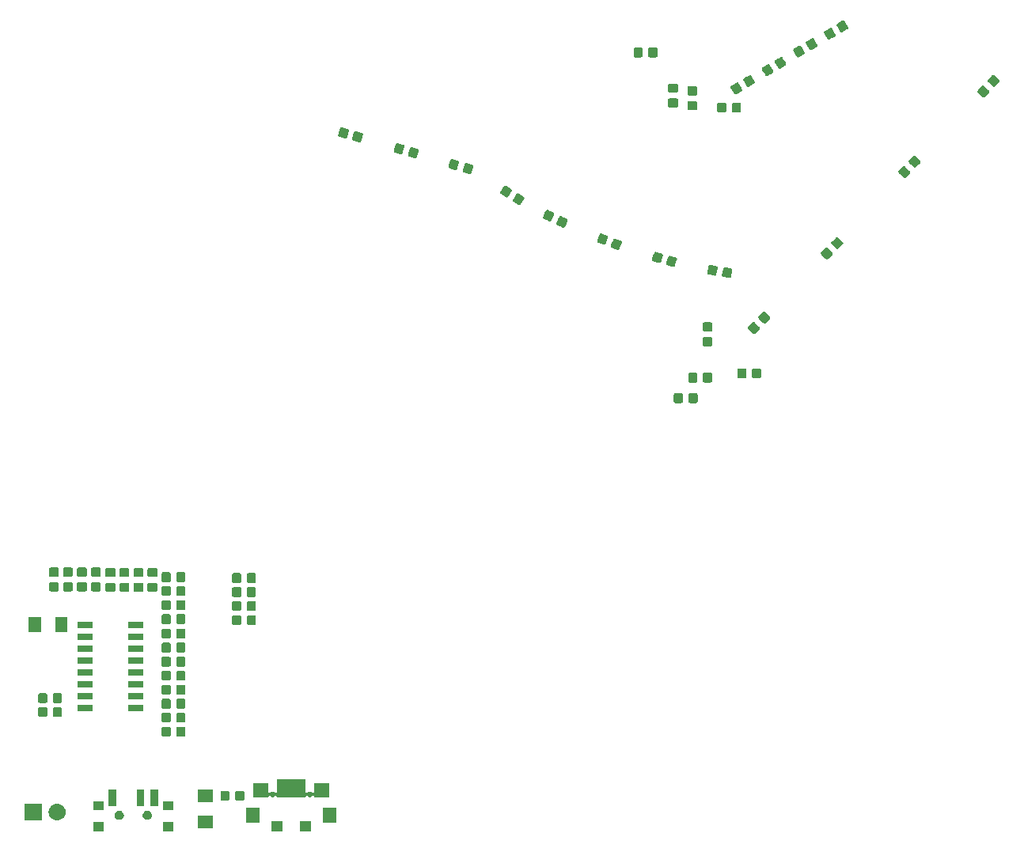
<source format=gts>
G04 #@! TF.GenerationSoftware,KiCad,Pcbnew,(5.1.0)-1*
G04 #@! TF.CreationDate,2020-05-03T11:46:14-05:00*
G04 #@! TF.ProjectId,84badgeprod,70726f64-2e6b-4696-9361-645f70636258,1*
G04 #@! TF.SameCoordinates,Original*
G04 #@! TF.FileFunction,Soldermask,Top*
G04 #@! TF.FilePolarity,Negative*
%FSLAX46Y46*%
G04 Gerber Fmt 4.6, Leading zero omitted, Abs format (unit mm)*
G04 Created by KiCad (PCBNEW (5.1.0)-1) date 2020-05-03 11:46:14*
%MOMM*%
%LPD*%
G04 APERTURE LIST*
%ADD10C,0.100000*%
G04 APERTURE END LIST*
D10*
G36*
X109701000Y-142651000D02*
G01*
X108499000Y-142651000D01*
X108499000Y-141549000D01*
X109701000Y-141549000D01*
X109701000Y-142651000D01*
X109701000Y-142651000D01*
G37*
G36*
X106701000Y-142651000D02*
G01*
X105499000Y-142651000D01*
X105499000Y-141549000D01*
X106701000Y-141549000D01*
X106701000Y-142651000D01*
X106701000Y-142651000D01*
G37*
G36*
X87551000Y-142631000D02*
G01*
X86449000Y-142631000D01*
X86449000Y-141629000D01*
X87551000Y-141629000D01*
X87551000Y-142631000D01*
X87551000Y-142631000D01*
G37*
G36*
X94951000Y-142631000D02*
G01*
X93849000Y-142631000D01*
X93849000Y-141629000D01*
X94951000Y-141629000D01*
X94951000Y-142631000D01*
X94951000Y-142631000D01*
G37*
G36*
X99201000Y-142326000D02*
G01*
X97599000Y-142326000D01*
X97599000Y-140974000D01*
X99201000Y-140974000D01*
X99201000Y-142326000D01*
X99201000Y-142326000D01*
G37*
G36*
X104251000Y-141721000D02*
G01*
X102799000Y-141721000D01*
X102799000Y-140119000D01*
X104251000Y-140119000D01*
X104251000Y-141721000D01*
X104251000Y-141721000D01*
G37*
G36*
X112401000Y-141721000D02*
G01*
X110949000Y-141721000D01*
X110949000Y-140119000D01*
X112401000Y-140119000D01*
X112401000Y-141721000D01*
X112401000Y-141721000D01*
G37*
G36*
X80901000Y-141501000D02*
G01*
X79099000Y-141501000D01*
X79099000Y-139699000D01*
X80901000Y-139699000D01*
X80901000Y-141501000D01*
X80901000Y-141501000D01*
G37*
G36*
X82650442Y-139705518D02*
G01*
X82716627Y-139712037D01*
X82886466Y-139763557D01*
X83042991Y-139847222D01*
X83078729Y-139876552D01*
X83180186Y-139959814D01*
X83263448Y-140061271D01*
X83292778Y-140097009D01*
X83376443Y-140253534D01*
X83427963Y-140423373D01*
X83445359Y-140600000D01*
X83427963Y-140776627D01*
X83376443Y-140946466D01*
X83292778Y-141102991D01*
X83263448Y-141138729D01*
X83180186Y-141240186D01*
X83083964Y-141319152D01*
X83042991Y-141352778D01*
X82886466Y-141436443D01*
X82716627Y-141487963D01*
X82650443Y-141494481D01*
X82584260Y-141501000D01*
X82495740Y-141501000D01*
X82429557Y-141494481D01*
X82363373Y-141487963D01*
X82193534Y-141436443D01*
X82037009Y-141352778D01*
X81996036Y-141319152D01*
X81899814Y-141240186D01*
X81816552Y-141138729D01*
X81787222Y-141102991D01*
X81703557Y-140946466D01*
X81652037Y-140776627D01*
X81634641Y-140600000D01*
X81652037Y-140423373D01*
X81703557Y-140253534D01*
X81787222Y-140097009D01*
X81816552Y-140061271D01*
X81899814Y-139959814D01*
X82001271Y-139876552D01*
X82037009Y-139847222D01*
X82193534Y-139763557D01*
X82363373Y-139712037D01*
X82429558Y-139705518D01*
X82495740Y-139699000D01*
X82584260Y-139699000D01*
X82650442Y-139705518D01*
X82650442Y-139705518D01*
G37*
G36*
X89297740Y-140438626D02*
G01*
X89346136Y-140448253D01*
X89383902Y-140463896D01*
X89437311Y-140486019D01*
X89437312Y-140486020D01*
X89519369Y-140540848D01*
X89589152Y-140610631D01*
X89589153Y-140610633D01*
X89643981Y-140692689D01*
X89681747Y-140783865D01*
X89701000Y-140880655D01*
X89701000Y-140979345D01*
X89681747Y-141076135D01*
X89643981Y-141167311D01*
X89643980Y-141167312D01*
X89589152Y-141249369D01*
X89519369Y-141319152D01*
X89478062Y-141346752D01*
X89437311Y-141373981D01*
X89383902Y-141396104D01*
X89346136Y-141411747D01*
X89297740Y-141421374D01*
X89249345Y-141431000D01*
X89150655Y-141431000D01*
X89102260Y-141421374D01*
X89053864Y-141411747D01*
X89016098Y-141396104D01*
X88962689Y-141373981D01*
X88921938Y-141346752D01*
X88880631Y-141319152D01*
X88810848Y-141249369D01*
X88756020Y-141167312D01*
X88756019Y-141167311D01*
X88718253Y-141076135D01*
X88699000Y-140979345D01*
X88699000Y-140880655D01*
X88718253Y-140783865D01*
X88756019Y-140692689D01*
X88810847Y-140610633D01*
X88810848Y-140610631D01*
X88880631Y-140540848D01*
X88962688Y-140486020D01*
X88962689Y-140486019D01*
X89016098Y-140463896D01*
X89053864Y-140448253D01*
X89102260Y-140438626D01*
X89150655Y-140429000D01*
X89249345Y-140429000D01*
X89297740Y-140438626D01*
X89297740Y-140438626D01*
G37*
G36*
X92297740Y-140438626D02*
G01*
X92346136Y-140448253D01*
X92383902Y-140463896D01*
X92437311Y-140486019D01*
X92437312Y-140486020D01*
X92519369Y-140540848D01*
X92589152Y-140610631D01*
X92589153Y-140610633D01*
X92643981Y-140692689D01*
X92681747Y-140783865D01*
X92701000Y-140880655D01*
X92701000Y-140979345D01*
X92681747Y-141076135D01*
X92643981Y-141167311D01*
X92643980Y-141167312D01*
X92589152Y-141249369D01*
X92519369Y-141319152D01*
X92478062Y-141346752D01*
X92437311Y-141373981D01*
X92383902Y-141396104D01*
X92346136Y-141411747D01*
X92297740Y-141421374D01*
X92249345Y-141431000D01*
X92150655Y-141431000D01*
X92102260Y-141421374D01*
X92053864Y-141411747D01*
X92016098Y-141396104D01*
X91962689Y-141373981D01*
X91921938Y-141346752D01*
X91880631Y-141319152D01*
X91810848Y-141249369D01*
X91756020Y-141167312D01*
X91756019Y-141167311D01*
X91718253Y-141076135D01*
X91699000Y-140979345D01*
X91699000Y-140880655D01*
X91718253Y-140783865D01*
X91756019Y-140692689D01*
X91810847Y-140610633D01*
X91810848Y-140610631D01*
X91880631Y-140540848D01*
X91962688Y-140486020D01*
X91962689Y-140486019D01*
X92016098Y-140463896D01*
X92053864Y-140448253D01*
X92102260Y-140438626D01*
X92150655Y-140429000D01*
X92249345Y-140429000D01*
X92297740Y-140438626D01*
X92297740Y-140438626D01*
G37*
G36*
X94951000Y-140421000D02*
G01*
X93849000Y-140421000D01*
X93849000Y-139419000D01*
X94951000Y-139419000D01*
X94951000Y-140421000D01*
X94951000Y-140421000D01*
G37*
G36*
X87551000Y-140421000D02*
G01*
X86449000Y-140421000D01*
X86449000Y-139419000D01*
X87551000Y-139419000D01*
X87551000Y-140421000D01*
X87551000Y-140421000D01*
G37*
G36*
X93351000Y-139971000D02*
G01*
X92549000Y-139971000D01*
X92549000Y-138169000D01*
X93351000Y-138169000D01*
X93351000Y-139971000D01*
X93351000Y-139971000D01*
G37*
G36*
X88851000Y-139971000D02*
G01*
X88049000Y-139971000D01*
X88049000Y-138169000D01*
X88851000Y-138169000D01*
X88851000Y-139971000D01*
X88851000Y-139971000D01*
G37*
G36*
X91851000Y-139971000D02*
G01*
X91049000Y-139971000D01*
X91049000Y-138169000D01*
X91851000Y-138169000D01*
X91851000Y-139971000D01*
X91851000Y-139971000D01*
G37*
G36*
X99201000Y-139526000D02*
G01*
X97599000Y-139526000D01*
X97599000Y-138174000D01*
X99201000Y-138174000D01*
X99201000Y-139526000D01*
X99201000Y-139526000D01*
G37*
G36*
X102429591Y-138328085D02*
G01*
X102463569Y-138338393D01*
X102494890Y-138355134D01*
X102522339Y-138377661D01*
X102544866Y-138405110D01*
X102561607Y-138436431D01*
X102571915Y-138470409D01*
X102576000Y-138511890D01*
X102576000Y-139188110D01*
X102571915Y-139229591D01*
X102561607Y-139263569D01*
X102544866Y-139294890D01*
X102522339Y-139322339D01*
X102494890Y-139344866D01*
X102463569Y-139361607D01*
X102429591Y-139371915D01*
X102388110Y-139376000D01*
X101786890Y-139376000D01*
X101745409Y-139371915D01*
X101711431Y-139361607D01*
X101680110Y-139344866D01*
X101652661Y-139322339D01*
X101630134Y-139294890D01*
X101613393Y-139263569D01*
X101603085Y-139229591D01*
X101599000Y-139188110D01*
X101599000Y-138511890D01*
X101603085Y-138470409D01*
X101613393Y-138436431D01*
X101630134Y-138405110D01*
X101652661Y-138377661D01*
X101680110Y-138355134D01*
X101711431Y-138338393D01*
X101745409Y-138328085D01*
X101786890Y-138324000D01*
X102388110Y-138324000D01*
X102429591Y-138328085D01*
X102429591Y-138328085D01*
G37*
G36*
X100854591Y-138328085D02*
G01*
X100888569Y-138338393D01*
X100919890Y-138355134D01*
X100947339Y-138377661D01*
X100969866Y-138405110D01*
X100986607Y-138436431D01*
X100996915Y-138470409D01*
X101001000Y-138511890D01*
X101001000Y-139188110D01*
X100996915Y-139229591D01*
X100986607Y-139263569D01*
X100969866Y-139294890D01*
X100947339Y-139322339D01*
X100919890Y-139344866D01*
X100888569Y-139361607D01*
X100854591Y-139371915D01*
X100813110Y-139376000D01*
X100211890Y-139376000D01*
X100170409Y-139371915D01*
X100136431Y-139361607D01*
X100105110Y-139344866D01*
X100077661Y-139322339D01*
X100055134Y-139294890D01*
X100038393Y-139263569D01*
X100028085Y-139229591D01*
X100024000Y-139188110D01*
X100024000Y-138511890D01*
X100028085Y-138470409D01*
X100038393Y-138436431D01*
X100055134Y-138405110D01*
X100077661Y-138377661D01*
X100105110Y-138355134D01*
X100136431Y-138338393D01*
X100170409Y-138328085D01*
X100211890Y-138324000D01*
X100813110Y-138324000D01*
X100854591Y-138328085D01*
X100854591Y-138328085D01*
G37*
G36*
X109151000Y-138421548D02*
G01*
X109153402Y-138445934D01*
X109160515Y-138469383D01*
X109172066Y-138490994D01*
X109187611Y-138509936D01*
X109206553Y-138525481D01*
X109228164Y-138537032D01*
X109251613Y-138544145D01*
X109275999Y-138546547D01*
X109300385Y-138544145D01*
X109323834Y-138537032D01*
X109345445Y-138525481D01*
X109364387Y-138509936D01*
X109366196Y-138508127D01*
X109366198Y-138508124D01*
X109408124Y-138466198D01*
X109457423Y-138433258D01*
X109459127Y-138432552D01*
X109512203Y-138410567D01*
X109570353Y-138399000D01*
X109629647Y-138399000D01*
X109687797Y-138410567D01*
X109740873Y-138432552D01*
X109742577Y-138433258D01*
X109791876Y-138466198D01*
X109833802Y-138508124D01*
X109833804Y-138508127D01*
X109835613Y-138509936D01*
X109854555Y-138525481D01*
X109876166Y-138537032D01*
X109899615Y-138544145D01*
X109924001Y-138546547D01*
X109948387Y-138544145D01*
X109971836Y-138537032D01*
X109993447Y-138525481D01*
X110012389Y-138509936D01*
X110027934Y-138490994D01*
X110039485Y-138469383D01*
X110046598Y-138445934D01*
X110049000Y-138421548D01*
X110049000Y-137499000D01*
X111651000Y-137499000D01*
X111651000Y-139001000D01*
X110049000Y-139001000D01*
X110049000Y-138978452D01*
X110046598Y-138954066D01*
X110039485Y-138930617D01*
X110027934Y-138909006D01*
X110012389Y-138890064D01*
X109993447Y-138874519D01*
X109971836Y-138862968D01*
X109948387Y-138855855D01*
X109924001Y-138853453D01*
X109899615Y-138855855D01*
X109876166Y-138862968D01*
X109854555Y-138874519D01*
X109835613Y-138890064D01*
X109833804Y-138891873D01*
X109833802Y-138891876D01*
X109791876Y-138933802D01*
X109742577Y-138966742D01*
X109742576Y-138966743D01*
X109742575Y-138966743D01*
X109687797Y-138989433D01*
X109629647Y-139001000D01*
X109570353Y-139001000D01*
X109512203Y-138989433D01*
X109457425Y-138966743D01*
X109457424Y-138966743D01*
X109457423Y-138966742D01*
X109408124Y-138933802D01*
X109366198Y-138891876D01*
X109366196Y-138891873D01*
X109364387Y-138890064D01*
X109345445Y-138874519D01*
X109323834Y-138862968D01*
X109300385Y-138855855D01*
X109275999Y-138853453D01*
X109251613Y-138855855D01*
X109228164Y-138862968D01*
X109206553Y-138874519D01*
X109187611Y-138890064D01*
X109172066Y-138909006D01*
X109160515Y-138930617D01*
X109153402Y-138954066D01*
X109151000Y-138978452D01*
X109151000Y-139001000D01*
X106049000Y-139001000D01*
X106049000Y-138978452D01*
X106046598Y-138954066D01*
X106039485Y-138930617D01*
X106027934Y-138909006D01*
X106012389Y-138890064D01*
X105993447Y-138874519D01*
X105971836Y-138862968D01*
X105948387Y-138855855D01*
X105924001Y-138853453D01*
X105899615Y-138855855D01*
X105876166Y-138862968D01*
X105854555Y-138874519D01*
X105835613Y-138890064D01*
X105833804Y-138891873D01*
X105833802Y-138891876D01*
X105791876Y-138933802D01*
X105742577Y-138966742D01*
X105742576Y-138966743D01*
X105742575Y-138966743D01*
X105687797Y-138989433D01*
X105629647Y-139001000D01*
X105570353Y-139001000D01*
X105512203Y-138989433D01*
X105457425Y-138966743D01*
X105457424Y-138966743D01*
X105457423Y-138966742D01*
X105408124Y-138933802D01*
X105366198Y-138891876D01*
X105366196Y-138891873D01*
X105364387Y-138890064D01*
X105345445Y-138874519D01*
X105323834Y-138862968D01*
X105300385Y-138855855D01*
X105275999Y-138853453D01*
X105251613Y-138855855D01*
X105228164Y-138862968D01*
X105206553Y-138874519D01*
X105187611Y-138890064D01*
X105172066Y-138909006D01*
X105160515Y-138930617D01*
X105153402Y-138954066D01*
X105151000Y-138978452D01*
X105151000Y-139001000D01*
X103549000Y-139001000D01*
X103549000Y-137499000D01*
X105151000Y-137499000D01*
X105151000Y-138421548D01*
X105153402Y-138445934D01*
X105160515Y-138469383D01*
X105172066Y-138490994D01*
X105187611Y-138509936D01*
X105206553Y-138525481D01*
X105228164Y-138537032D01*
X105251613Y-138544145D01*
X105275999Y-138546547D01*
X105300385Y-138544145D01*
X105323834Y-138537032D01*
X105345445Y-138525481D01*
X105364387Y-138509936D01*
X105366196Y-138508127D01*
X105366198Y-138508124D01*
X105408124Y-138466198D01*
X105457423Y-138433258D01*
X105459127Y-138432552D01*
X105512203Y-138410567D01*
X105570353Y-138399000D01*
X105629647Y-138399000D01*
X105687797Y-138410567D01*
X105740873Y-138432552D01*
X105742577Y-138433258D01*
X105791876Y-138466198D01*
X105833802Y-138508124D01*
X105833804Y-138508127D01*
X105835613Y-138509936D01*
X105854555Y-138525481D01*
X105876166Y-138537032D01*
X105899615Y-138544145D01*
X105924001Y-138546547D01*
X105948387Y-138544145D01*
X105971836Y-138537032D01*
X105993447Y-138525481D01*
X106012389Y-138509936D01*
X106027934Y-138490994D01*
X106039485Y-138469383D01*
X106046598Y-138445934D01*
X106049000Y-138421548D01*
X106049000Y-137099000D01*
X109151000Y-137099000D01*
X109151000Y-138421548D01*
X109151000Y-138421548D01*
G37*
G36*
X96129591Y-131478085D02*
G01*
X96163569Y-131488393D01*
X96194890Y-131505134D01*
X96222339Y-131527661D01*
X96244866Y-131555110D01*
X96261607Y-131586431D01*
X96271915Y-131620409D01*
X96276000Y-131661890D01*
X96276000Y-132338110D01*
X96271915Y-132379591D01*
X96261607Y-132413569D01*
X96244866Y-132444890D01*
X96222339Y-132472339D01*
X96194890Y-132494866D01*
X96163569Y-132511607D01*
X96129591Y-132521915D01*
X96088110Y-132526000D01*
X95486890Y-132526000D01*
X95445409Y-132521915D01*
X95411431Y-132511607D01*
X95380110Y-132494866D01*
X95352661Y-132472339D01*
X95330134Y-132444890D01*
X95313393Y-132413569D01*
X95303085Y-132379591D01*
X95299000Y-132338110D01*
X95299000Y-131661890D01*
X95303085Y-131620409D01*
X95313393Y-131586431D01*
X95330134Y-131555110D01*
X95352661Y-131527661D01*
X95380110Y-131505134D01*
X95411431Y-131488393D01*
X95445409Y-131478085D01*
X95486890Y-131474000D01*
X96088110Y-131474000D01*
X96129591Y-131478085D01*
X96129591Y-131478085D01*
G37*
G36*
X94554591Y-131478085D02*
G01*
X94588569Y-131488393D01*
X94619890Y-131505134D01*
X94647339Y-131527661D01*
X94669866Y-131555110D01*
X94686607Y-131586431D01*
X94696915Y-131620409D01*
X94701000Y-131661890D01*
X94701000Y-132338110D01*
X94696915Y-132379591D01*
X94686607Y-132413569D01*
X94669866Y-132444890D01*
X94647339Y-132472339D01*
X94619890Y-132494866D01*
X94588569Y-132511607D01*
X94554591Y-132521915D01*
X94513110Y-132526000D01*
X93911890Y-132526000D01*
X93870409Y-132521915D01*
X93836431Y-132511607D01*
X93805110Y-132494866D01*
X93777661Y-132472339D01*
X93755134Y-132444890D01*
X93738393Y-132413569D01*
X93728085Y-132379591D01*
X93724000Y-132338110D01*
X93724000Y-131661890D01*
X93728085Y-131620409D01*
X93738393Y-131586431D01*
X93755134Y-131555110D01*
X93777661Y-131527661D01*
X93805110Y-131505134D01*
X93836431Y-131488393D01*
X93870409Y-131478085D01*
X93911890Y-131474000D01*
X94513110Y-131474000D01*
X94554591Y-131478085D01*
X94554591Y-131478085D01*
G37*
G36*
X96129591Y-129978085D02*
G01*
X96163569Y-129988393D01*
X96194890Y-130005134D01*
X96222339Y-130027661D01*
X96244866Y-130055110D01*
X96261607Y-130086431D01*
X96271915Y-130120409D01*
X96276000Y-130161890D01*
X96276000Y-130838110D01*
X96271915Y-130879591D01*
X96261607Y-130913569D01*
X96244866Y-130944890D01*
X96222339Y-130972339D01*
X96194890Y-130994866D01*
X96163569Y-131011607D01*
X96129591Y-131021915D01*
X96088110Y-131026000D01*
X95486890Y-131026000D01*
X95445409Y-131021915D01*
X95411431Y-131011607D01*
X95380110Y-130994866D01*
X95352661Y-130972339D01*
X95330134Y-130944890D01*
X95313393Y-130913569D01*
X95303085Y-130879591D01*
X95299000Y-130838110D01*
X95299000Y-130161890D01*
X95303085Y-130120409D01*
X95313393Y-130086431D01*
X95330134Y-130055110D01*
X95352661Y-130027661D01*
X95380110Y-130005134D01*
X95411431Y-129988393D01*
X95445409Y-129978085D01*
X95486890Y-129974000D01*
X96088110Y-129974000D01*
X96129591Y-129978085D01*
X96129591Y-129978085D01*
G37*
G36*
X94554591Y-129978085D02*
G01*
X94588569Y-129988393D01*
X94619890Y-130005134D01*
X94647339Y-130027661D01*
X94669866Y-130055110D01*
X94686607Y-130086431D01*
X94696915Y-130120409D01*
X94701000Y-130161890D01*
X94701000Y-130838110D01*
X94696915Y-130879591D01*
X94686607Y-130913569D01*
X94669866Y-130944890D01*
X94647339Y-130972339D01*
X94619890Y-130994866D01*
X94588569Y-131011607D01*
X94554591Y-131021915D01*
X94513110Y-131026000D01*
X93911890Y-131026000D01*
X93870409Y-131021915D01*
X93836431Y-131011607D01*
X93805110Y-130994866D01*
X93777661Y-130972339D01*
X93755134Y-130944890D01*
X93738393Y-130913569D01*
X93728085Y-130879591D01*
X93724000Y-130838110D01*
X93724000Y-130161890D01*
X93728085Y-130120409D01*
X93738393Y-130086431D01*
X93755134Y-130055110D01*
X93777661Y-130027661D01*
X93805110Y-130005134D01*
X93836431Y-129988393D01*
X93870409Y-129978085D01*
X93911890Y-129974000D01*
X94513110Y-129974000D01*
X94554591Y-129978085D01*
X94554591Y-129978085D01*
G37*
G36*
X82929591Y-129378085D02*
G01*
X82963569Y-129388393D01*
X82994890Y-129405134D01*
X83022339Y-129427661D01*
X83044866Y-129455110D01*
X83061607Y-129486431D01*
X83071915Y-129520409D01*
X83076000Y-129561890D01*
X83076000Y-130238110D01*
X83071915Y-130279591D01*
X83061607Y-130313569D01*
X83044866Y-130344890D01*
X83022339Y-130372339D01*
X82994890Y-130394866D01*
X82963569Y-130411607D01*
X82929591Y-130421915D01*
X82888110Y-130426000D01*
X82286890Y-130426000D01*
X82245409Y-130421915D01*
X82211431Y-130411607D01*
X82180110Y-130394866D01*
X82152661Y-130372339D01*
X82130134Y-130344890D01*
X82113393Y-130313569D01*
X82103085Y-130279591D01*
X82099000Y-130238110D01*
X82099000Y-129561890D01*
X82103085Y-129520409D01*
X82113393Y-129486431D01*
X82130134Y-129455110D01*
X82152661Y-129427661D01*
X82180110Y-129405134D01*
X82211431Y-129388393D01*
X82245409Y-129378085D01*
X82286890Y-129374000D01*
X82888110Y-129374000D01*
X82929591Y-129378085D01*
X82929591Y-129378085D01*
G37*
G36*
X81354591Y-129378085D02*
G01*
X81388569Y-129388393D01*
X81419890Y-129405134D01*
X81447339Y-129427661D01*
X81469866Y-129455110D01*
X81486607Y-129486431D01*
X81496915Y-129520409D01*
X81501000Y-129561890D01*
X81501000Y-130238110D01*
X81496915Y-130279591D01*
X81486607Y-130313569D01*
X81469866Y-130344890D01*
X81447339Y-130372339D01*
X81419890Y-130394866D01*
X81388569Y-130411607D01*
X81354591Y-130421915D01*
X81313110Y-130426000D01*
X80711890Y-130426000D01*
X80670409Y-130421915D01*
X80636431Y-130411607D01*
X80605110Y-130394866D01*
X80577661Y-130372339D01*
X80555134Y-130344890D01*
X80538393Y-130313569D01*
X80528085Y-130279591D01*
X80524000Y-130238110D01*
X80524000Y-129561890D01*
X80528085Y-129520409D01*
X80538393Y-129486431D01*
X80555134Y-129455110D01*
X80577661Y-129427661D01*
X80605110Y-129405134D01*
X80636431Y-129388393D01*
X80670409Y-129378085D01*
X80711890Y-129374000D01*
X81313110Y-129374000D01*
X81354591Y-129378085D01*
X81354591Y-129378085D01*
G37*
G36*
X86351000Y-129796000D02*
G01*
X84749000Y-129796000D01*
X84749000Y-129094000D01*
X86351000Y-129094000D01*
X86351000Y-129796000D01*
X86351000Y-129796000D01*
G37*
G36*
X91751000Y-129796000D02*
G01*
X90149000Y-129796000D01*
X90149000Y-129094000D01*
X91751000Y-129094000D01*
X91751000Y-129796000D01*
X91751000Y-129796000D01*
G37*
G36*
X94554591Y-128478085D02*
G01*
X94588569Y-128488393D01*
X94619890Y-128505134D01*
X94647339Y-128527661D01*
X94669866Y-128555110D01*
X94686607Y-128586431D01*
X94696915Y-128620409D01*
X94701000Y-128661890D01*
X94701000Y-129338110D01*
X94696915Y-129379591D01*
X94686607Y-129413569D01*
X94669866Y-129444890D01*
X94647339Y-129472339D01*
X94619890Y-129494866D01*
X94588569Y-129511607D01*
X94554591Y-129521915D01*
X94513110Y-129526000D01*
X93911890Y-129526000D01*
X93870409Y-129521915D01*
X93836431Y-129511607D01*
X93805110Y-129494866D01*
X93777661Y-129472339D01*
X93755134Y-129444890D01*
X93738393Y-129413569D01*
X93728085Y-129379591D01*
X93724000Y-129338110D01*
X93724000Y-128661890D01*
X93728085Y-128620409D01*
X93738393Y-128586431D01*
X93755134Y-128555110D01*
X93777661Y-128527661D01*
X93805110Y-128505134D01*
X93836431Y-128488393D01*
X93870409Y-128478085D01*
X93911890Y-128474000D01*
X94513110Y-128474000D01*
X94554591Y-128478085D01*
X94554591Y-128478085D01*
G37*
G36*
X96129591Y-128478085D02*
G01*
X96163569Y-128488393D01*
X96194890Y-128505134D01*
X96222339Y-128527661D01*
X96244866Y-128555110D01*
X96261607Y-128586431D01*
X96271915Y-128620409D01*
X96276000Y-128661890D01*
X96276000Y-129338110D01*
X96271915Y-129379591D01*
X96261607Y-129413569D01*
X96244866Y-129444890D01*
X96222339Y-129472339D01*
X96194890Y-129494866D01*
X96163569Y-129511607D01*
X96129591Y-129521915D01*
X96088110Y-129526000D01*
X95486890Y-129526000D01*
X95445409Y-129521915D01*
X95411431Y-129511607D01*
X95380110Y-129494866D01*
X95352661Y-129472339D01*
X95330134Y-129444890D01*
X95313393Y-129413569D01*
X95303085Y-129379591D01*
X95299000Y-129338110D01*
X95299000Y-128661890D01*
X95303085Y-128620409D01*
X95313393Y-128586431D01*
X95330134Y-128555110D01*
X95352661Y-128527661D01*
X95380110Y-128505134D01*
X95411431Y-128488393D01*
X95445409Y-128478085D01*
X95486890Y-128474000D01*
X96088110Y-128474000D01*
X96129591Y-128478085D01*
X96129591Y-128478085D01*
G37*
G36*
X82929591Y-127878085D02*
G01*
X82963569Y-127888393D01*
X82994890Y-127905134D01*
X83022339Y-127927661D01*
X83044866Y-127955110D01*
X83061607Y-127986431D01*
X83071915Y-128020409D01*
X83076000Y-128061890D01*
X83076000Y-128738110D01*
X83071915Y-128779591D01*
X83061607Y-128813569D01*
X83044866Y-128844890D01*
X83022339Y-128872339D01*
X82994890Y-128894866D01*
X82963569Y-128911607D01*
X82929591Y-128921915D01*
X82888110Y-128926000D01*
X82286890Y-128926000D01*
X82245409Y-128921915D01*
X82211431Y-128911607D01*
X82180110Y-128894866D01*
X82152661Y-128872339D01*
X82130134Y-128844890D01*
X82113393Y-128813569D01*
X82103085Y-128779591D01*
X82099000Y-128738110D01*
X82099000Y-128061890D01*
X82103085Y-128020409D01*
X82113393Y-127986431D01*
X82130134Y-127955110D01*
X82152661Y-127927661D01*
X82180110Y-127905134D01*
X82211431Y-127888393D01*
X82245409Y-127878085D01*
X82286890Y-127874000D01*
X82888110Y-127874000D01*
X82929591Y-127878085D01*
X82929591Y-127878085D01*
G37*
G36*
X81354591Y-127878085D02*
G01*
X81388569Y-127888393D01*
X81419890Y-127905134D01*
X81447339Y-127927661D01*
X81469866Y-127955110D01*
X81486607Y-127986431D01*
X81496915Y-128020409D01*
X81501000Y-128061890D01*
X81501000Y-128738110D01*
X81496915Y-128779591D01*
X81486607Y-128813569D01*
X81469866Y-128844890D01*
X81447339Y-128872339D01*
X81419890Y-128894866D01*
X81388569Y-128911607D01*
X81354591Y-128921915D01*
X81313110Y-128926000D01*
X80711890Y-128926000D01*
X80670409Y-128921915D01*
X80636431Y-128911607D01*
X80605110Y-128894866D01*
X80577661Y-128872339D01*
X80555134Y-128844890D01*
X80538393Y-128813569D01*
X80528085Y-128779591D01*
X80524000Y-128738110D01*
X80524000Y-128061890D01*
X80528085Y-128020409D01*
X80538393Y-127986431D01*
X80555134Y-127955110D01*
X80577661Y-127927661D01*
X80605110Y-127905134D01*
X80636431Y-127888393D01*
X80670409Y-127878085D01*
X80711890Y-127874000D01*
X81313110Y-127874000D01*
X81354591Y-127878085D01*
X81354591Y-127878085D01*
G37*
G36*
X91751000Y-128526000D02*
G01*
X90149000Y-128526000D01*
X90149000Y-127824000D01*
X91751000Y-127824000D01*
X91751000Y-128526000D01*
X91751000Y-128526000D01*
G37*
G36*
X86351000Y-128526000D02*
G01*
X84749000Y-128526000D01*
X84749000Y-127824000D01*
X86351000Y-127824000D01*
X86351000Y-128526000D01*
X86351000Y-128526000D01*
G37*
G36*
X94554591Y-126978085D02*
G01*
X94588569Y-126988393D01*
X94619890Y-127005134D01*
X94647339Y-127027661D01*
X94669866Y-127055110D01*
X94686607Y-127086431D01*
X94696915Y-127120409D01*
X94701000Y-127161890D01*
X94701000Y-127838110D01*
X94696915Y-127879591D01*
X94686607Y-127913569D01*
X94669866Y-127944890D01*
X94647339Y-127972339D01*
X94619890Y-127994866D01*
X94588569Y-128011607D01*
X94554591Y-128021915D01*
X94513110Y-128026000D01*
X93911890Y-128026000D01*
X93870409Y-128021915D01*
X93836431Y-128011607D01*
X93805110Y-127994866D01*
X93777661Y-127972339D01*
X93755134Y-127944890D01*
X93738393Y-127913569D01*
X93728085Y-127879591D01*
X93724000Y-127838110D01*
X93724000Y-127161890D01*
X93728085Y-127120409D01*
X93738393Y-127086431D01*
X93755134Y-127055110D01*
X93777661Y-127027661D01*
X93805110Y-127005134D01*
X93836431Y-126988393D01*
X93870409Y-126978085D01*
X93911890Y-126974000D01*
X94513110Y-126974000D01*
X94554591Y-126978085D01*
X94554591Y-126978085D01*
G37*
G36*
X96129591Y-126978085D02*
G01*
X96163569Y-126988393D01*
X96194890Y-127005134D01*
X96222339Y-127027661D01*
X96244866Y-127055110D01*
X96261607Y-127086431D01*
X96271915Y-127120409D01*
X96276000Y-127161890D01*
X96276000Y-127838110D01*
X96271915Y-127879591D01*
X96261607Y-127913569D01*
X96244866Y-127944890D01*
X96222339Y-127972339D01*
X96194890Y-127994866D01*
X96163569Y-128011607D01*
X96129591Y-128021915D01*
X96088110Y-128026000D01*
X95486890Y-128026000D01*
X95445409Y-128021915D01*
X95411431Y-128011607D01*
X95380110Y-127994866D01*
X95352661Y-127972339D01*
X95330134Y-127944890D01*
X95313393Y-127913569D01*
X95303085Y-127879591D01*
X95299000Y-127838110D01*
X95299000Y-127161890D01*
X95303085Y-127120409D01*
X95313393Y-127086431D01*
X95330134Y-127055110D01*
X95352661Y-127027661D01*
X95380110Y-127005134D01*
X95411431Y-126988393D01*
X95445409Y-126978085D01*
X95486890Y-126974000D01*
X96088110Y-126974000D01*
X96129591Y-126978085D01*
X96129591Y-126978085D01*
G37*
G36*
X91751000Y-127256000D02*
G01*
X90149000Y-127256000D01*
X90149000Y-126554000D01*
X91751000Y-126554000D01*
X91751000Y-127256000D01*
X91751000Y-127256000D01*
G37*
G36*
X86351000Y-127256000D02*
G01*
X84749000Y-127256000D01*
X84749000Y-126554000D01*
X86351000Y-126554000D01*
X86351000Y-127256000D01*
X86351000Y-127256000D01*
G37*
G36*
X96129591Y-125478085D02*
G01*
X96163569Y-125488393D01*
X96194890Y-125505134D01*
X96222339Y-125527661D01*
X96244866Y-125555110D01*
X96261607Y-125586431D01*
X96271915Y-125620409D01*
X96276000Y-125661890D01*
X96276000Y-126338110D01*
X96271915Y-126379591D01*
X96261607Y-126413569D01*
X96244866Y-126444890D01*
X96222339Y-126472339D01*
X96194890Y-126494866D01*
X96163569Y-126511607D01*
X96129591Y-126521915D01*
X96088110Y-126526000D01*
X95486890Y-126526000D01*
X95445409Y-126521915D01*
X95411431Y-126511607D01*
X95380110Y-126494866D01*
X95352661Y-126472339D01*
X95330134Y-126444890D01*
X95313393Y-126413569D01*
X95303085Y-126379591D01*
X95299000Y-126338110D01*
X95299000Y-125661890D01*
X95303085Y-125620409D01*
X95313393Y-125586431D01*
X95330134Y-125555110D01*
X95352661Y-125527661D01*
X95380110Y-125505134D01*
X95411431Y-125488393D01*
X95445409Y-125478085D01*
X95486890Y-125474000D01*
X96088110Y-125474000D01*
X96129591Y-125478085D01*
X96129591Y-125478085D01*
G37*
G36*
X94554591Y-125478085D02*
G01*
X94588569Y-125488393D01*
X94619890Y-125505134D01*
X94647339Y-125527661D01*
X94669866Y-125555110D01*
X94686607Y-125586431D01*
X94696915Y-125620409D01*
X94701000Y-125661890D01*
X94701000Y-126338110D01*
X94696915Y-126379591D01*
X94686607Y-126413569D01*
X94669866Y-126444890D01*
X94647339Y-126472339D01*
X94619890Y-126494866D01*
X94588569Y-126511607D01*
X94554591Y-126521915D01*
X94513110Y-126526000D01*
X93911890Y-126526000D01*
X93870409Y-126521915D01*
X93836431Y-126511607D01*
X93805110Y-126494866D01*
X93777661Y-126472339D01*
X93755134Y-126444890D01*
X93738393Y-126413569D01*
X93728085Y-126379591D01*
X93724000Y-126338110D01*
X93724000Y-125661890D01*
X93728085Y-125620409D01*
X93738393Y-125586431D01*
X93755134Y-125555110D01*
X93777661Y-125527661D01*
X93805110Y-125505134D01*
X93836431Y-125488393D01*
X93870409Y-125478085D01*
X93911890Y-125474000D01*
X94513110Y-125474000D01*
X94554591Y-125478085D01*
X94554591Y-125478085D01*
G37*
G36*
X91751000Y-125986000D02*
G01*
X90149000Y-125986000D01*
X90149000Y-125284000D01*
X91751000Y-125284000D01*
X91751000Y-125986000D01*
X91751000Y-125986000D01*
G37*
G36*
X86351000Y-125986000D02*
G01*
X84749000Y-125986000D01*
X84749000Y-125284000D01*
X86351000Y-125284000D01*
X86351000Y-125986000D01*
X86351000Y-125986000D01*
G37*
G36*
X96129591Y-123978085D02*
G01*
X96163569Y-123988393D01*
X96194890Y-124005134D01*
X96222339Y-124027661D01*
X96244866Y-124055110D01*
X96261607Y-124086431D01*
X96271915Y-124120409D01*
X96276000Y-124161890D01*
X96276000Y-124838110D01*
X96271915Y-124879591D01*
X96261607Y-124913569D01*
X96244866Y-124944890D01*
X96222339Y-124972339D01*
X96194890Y-124994866D01*
X96163569Y-125011607D01*
X96129591Y-125021915D01*
X96088110Y-125026000D01*
X95486890Y-125026000D01*
X95445409Y-125021915D01*
X95411431Y-125011607D01*
X95380110Y-124994866D01*
X95352661Y-124972339D01*
X95330134Y-124944890D01*
X95313393Y-124913569D01*
X95303085Y-124879591D01*
X95299000Y-124838110D01*
X95299000Y-124161890D01*
X95303085Y-124120409D01*
X95313393Y-124086431D01*
X95330134Y-124055110D01*
X95352661Y-124027661D01*
X95380110Y-124005134D01*
X95411431Y-123988393D01*
X95445409Y-123978085D01*
X95486890Y-123974000D01*
X96088110Y-123974000D01*
X96129591Y-123978085D01*
X96129591Y-123978085D01*
G37*
G36*
X94554591Y-123978085D02*
G01*
X94588569Y-123988393D01*
X94619890Y-124005134D01*
X94647339Y-124027661D01*
X94669866Y-124055110D01*
X94686607Y-124086431D01*
X94696915Y-124120409D01*
X94701000Y-124161890D01*
X94701000Y-124838110D01*
X94696915Y-124879591D01*
X94686607Y-124913569D01*
X94669866Y-124944890D01*
X94647339Y-124972339D01*
X94619890Y-124994866D01*
X94588569Y-125011607D01*
X94554591Y-125021915D01*
X94513110Y-125026000D01*
X93911890Y-125026000D01*
X93870409Y-125021915D01*
X93836431Y-125011607D01*
X93805110Y-124994866D01*
X93777661Y-124972339D01*
X93755134Y-124944890D01*
X93738393Y-124913569D01*
X93728085Y-124879591D01*
X93724000Y-124838110D01*
X93724000Y-124161890D01*
X93728085Y-124120409D01*
X93738393Y-124086431D01*
X93755134Y-124055110D01*
X93777661Y-124027661D01*
X93805110Y-124005134D01*
X93836431Y-123988393D01*
X93870409Y-123978085D01*
X93911890Y-123974000D01*
X94513110Y-123974000D01*
X94554591Y-123978085D01*
X94554591Y-123978085D01*
G37*
G36*
X91751000Y-124716000D02*
G01*
X90149000Y-124716000D01*
X90149000Y-124014000D01*
X91751000Y-124014000D01*
X91751000Y-124716000D01*
X91751000Y-124716000D01*
G37*
G36*
X86351000Y-124716000D02*
G01*
X84749000Y-124716000D01*
X84749000Y-124014000D01*
X86351000Y-124014000D01*
X86351000Y-124716000D01*
X86351000Y-124716000D01*
G37*
G36*
X94554591Y-122478085D02*
G01*
X94588569Y-122488393D01*
X94619890Y-122505134D01*
X94647339Y-122527661D01*
X94669866Y-122555110D01*
X94686607Y-122586431D01*
X94696915Y-122620409D01*
X94701000Y-122661890D01*
X94701000Y-123338110D01*
X94696915Y-123379591D01*
X94686607Y-123413569D01*
X94669866Y-123444890D01*
X94647339Y-123472339D01*
X94619890Y-123494866D01*
X94588569Y-123511607D01*
X94554591Y-123521915D01*
X94513110Y-123526000D01*
X93911890Y-123526000D01*
X93870409Y-123521915D01*
X93836431Y-123511607D01*
X93805110Y-123494866D01*
X93777661Y-123472339D01*
X93755134Y-123444890D01*
X93738393Y-123413569D01*
X93728085Y-123379591D01*
X93724000Y-123338110D01*
X93724000Y-122661890D01*
X93728085Y-122620409D01*
X93738393Y-122586431D01*
X93755134Y-122555110D01*
X93777661Y-122527661D01*
X93805110Y-122505134D01*
X93836431Y-122488393D01*
X93870409Y-122478085D01*
X93911890Y-122474000D01*
X94513110Y-122474000D01*
X94554591Y-122478085D01*
X94554591Y-122478085D01*
G37*
G36*
X96129591Y-122478085D02*
G01*
X96163569Y-122488393D01*
X96194890Y-122505134D01*
X96222339Y-122527661D01*
X96244866Y-122555110D01*
X96261607Y-122586431D01*
X96271915Y-122620409D01*
X96276000Y-122661890D01*
X96276000Y-123338110D01*
X96271915Y-123379591D01*
X96261607Y-123413569D01*
X96244866Y-123444890D01*
X96222339Y-123472339D01*
X96194890Y-123494866D01*
X96163569Y-123511607D01*
X96129591Y-123521915D01*
X96088110Y-123526000D01*
X95486890Y-123526000D01*
X95445409Y-123521915D01*
X95411431Y-123511607D01*
X95380110Y-123494866D01*
X95352661Y-123472339D01*
X95330134Y-123444890D01*
X95313393Y-123413569D01*
X95303085Y-123379591D01*
X95299000Y-123338110D01*
X95299000Y-122661890D01*
X95303085Y-122620409D01*
X95313393Y-122586431D01*
X95330134Y-122555110D01*
X95352661Y-122527661D01*
X95380110Y-122505134D01*
X95411431Y-122488393D01*
X95445409Y-122478085D01*
X95486890Y-122474000D01*
X96088110Y-122474000D01*
X96129591Y-122478085D01*
X96129591Y-122478085D01*
G37*
G36*
X86351000Y-123446000D02*
G01*
X84749000Y-123446000D01*
X84749000Y-122744000D01*
X86351000Y-122744000D01*
X86351000Y-123446000D01*
X86351000Y-123446000D01*
G37*
G36*
X91751000Y-123446000D02*
G01*
X90149000Y-123446000D01*
X90149000Y-122744000D01*
X91751000Y-122744000D01*
X91751000Y-123446000D01*
X91751000Y-123446000D01*
G37*
G36*
X86351000Y-122176000D02*
G01*
X84749000Y-122176000D01*
X84749000Y-121474000D01*
X86351000Y-121474000D01*
X86351000Y-122176000D01*
X86351000Y-122176000D01*
G37*
G36*
X91751000Y-122176000D02*
G01*
X90149000Y-122176000D01*
X90149000Y-121474000D01*
X91751000Y-121474000D01*
X91751000Y-122176000D01*
X91751000Y-122176000D01*
G37*
G36*
X94554591Y-120978085D02*
G01*
X94588569Y-120988393D01*
X94619890Y-121005134D01*
X94647339Y-121027661D01*
X94669866Y-121055110D01*
X94686607Y-121086431D01*
X94696915Y-121120409D01*
X94701000Y-121161890D01*
X94701000Y-121838110D01*
X94696915Y-121879591D01*
X94686607Y-121913569D01*
X94669866Y-121944890D01*
X94647339Y-121972339D01*
X94619890Y-121994866D01*
X94588569Y-122011607D01*
X94554591Y-122021915D01*
X94513110Y-122026000D01*
X93911890Y-122026000D01*
X93870409Y-122021915D01*
X93836431Y-122011607D01*
X93805110Y-121994866D01*
X93777661Y-121972339D01*
X93755134Y-121944890D01*
X93738393Y-121913569D01*
X93728085Y-121879591D01*
X93724000Y-121838110D01*
X93724000Y-121161890D01*
X93728085Y-121120409D01*
X93738393Y-121086431D01*
X93755134Y-121055110D01*
X93777661Y-121027661D01*
X93805110Y-121005134D01*
X93836431Y-120988393D01*
X93870409Y-120978085D01*
X93911890Y-120974000D01*
X94513110Y-120974000D01*
X94554591Y-120978085D01*
X94554591Y-120978085D01*
G37*
G36*
X96129591Y-120978085D02*
G01*
X96163569Y-120988393D01*
X96194890Y-121005134D01*
X96222339Y-121027661D01*
X96244866Y-121055110D01*
X96261607Y-121086431D01*
X96271915Y-121120409D01*
X96276000Y-121161890D01*
X96276000Y-121838110D01*
X96271915Y-121879591D01*
X96261607Y-121913569D01*
X96244866Y-121944890D01*
X96222339Y-121972339D01*
X96194890Y-121994866D01*
X96163569Y-122011607D01*
X96129591Y-122021915D01*
X96088110Y-122026000D01*
X95486890Y-122026000D01*
X95445409Y-122021915D01*
X95411431Y-122011607D01*
X95380110Y-121994866D01*
X95352661Y-121972339D01*
X95330134Y-121944890D01*
X95313393Y-121913569D01*
X95303085Y-121879591D01*
X95299000Y-121838110D01*
X95299000Y-121161890D01*
X95303085Y-121120409D01*
X95313393Y-121086431D01*
X95330134Y-121055110D01*
X95352661Y-121027661D01*
X95380110Y-121005134D01*
X95411431Y-120988393D01*
X95445409Y-120978085D01*
X95486890Y-120974000D01*
X96088110Y-120974000D01*
X96129591Y-120978085D01*
X96129591Y-120978085D01*
G37*
G36*
X83676000Y-121351000D02*
G01*
X82324000Y-121351000D01*
X82324000Y-119749000D01*
X83676000Y-119749000D01*
X83676000Y-121351000D01*
X83676000Y-121351000D01*
G37*
G36*
X80876000Y-121351000D02*
G01*
X79524000Y-121351000D01*
X79524000Y-119749000D01*
X80876000Y-119749000D01*
X80876000Y-121351000D01*
X80876000Y-121351000D01*
G37*
G36*
X91751000Y-120906000D02*
G01*
X90149000Y-120906000D01*
X90149000Y-120204000D01*
X91751000Y-120204000D01*
X91751000Y-120906000D01*
X91751000Y-120906000D01*
G37*
G36*
X86351000Y-120906000D02*
G01*
X84749000Y-120906000D01*
X84749000Y-120204000D01*
X86351000Y-120204000D01*
X86351000Y-120906000D01*
X86351000Y-120906000D01*
G37*
G36*
X103679591Y-119528085D02*
G01*
X103713569Y-119538393D01*
X103744890Y-119555134D01*
X103772339Y-119577661D01*
X103794866Y-119605110D01*
X103811607Y-119636431D01*
X103821915Y-119670409D01*
X103826000Y-119711890D01*
X103826000Y-120388110D01*
X103821915Y-120429591D01*
X103811607Y-120463569D01*
X103794866Y-120494890D01*
X103772339Y-120522339D01*
X103744890Y-120544866D01*
X103713569Y-120561607D01*
X103679591Y-120571915D01*
X103638110Y-120576000D01*
X103036890Y-120576000D01*
X102995409Y-120571915D01*
X102961431Y-120561607D01*
X102930110Y-120544866D01*
X102902661Y-120522339D01*
X102880134Y-120494890D01*
X102863393Y-120463569D01*
X102853085Y-120429591D01*
X102849000Y-120388110D01*
X102849000Y-119711890D01*
X102853085Y-119670409D01*
X102863393Y-119636431D01*
X102880134Y-119605110D01*
X102902661Y-119577661D01*
X102930110Y-119555134D01*
X102961431Y-119538393D01*
X102995409Y-119528085D01*
X103036890Y-119524000D01*
X103638110Y-119524000D01*
X103679591Y-119528085D01*
X103679591Y-119528085D01*
G37*
G36*
X102104591Y-119528085D02*
G01*
X102138569Y-119538393D01*
X102169890Y-119555134D01*
X102197339Y-119577661D01*
X102219866Y-119605110D01*
X102236607Y-119636431D01*
X102246915Y-119670409D01*
X102251000Y-119711890D01*
X102251000Y-120388110D01*
X102246915Y-120429591D01*
X102236607Y-120463569D01*
X102219866Y-120494890D01*
X102197339Y-120522339D01*
X102169890Y-120544866D01*
X102138569Y-120561607D01*
X102104591Y-120571915D01*
X102063110Y-120576000D01*
X101461890Y-120576000D01*
X101420409Y-120571915D01*
X101386431Y-120561607D01*
X101355110Y-120544866D01*
X101327661Y-120522339D01*
X101305134Y-120494890D01*
X101288393Y-120463569D01*
X101278085Y-120429591D01*
X101274000Y-120388110D01*
X101274000Y-119711890D01*
X101278085Y-119670409D01*
X101288393Y-119636431D01*
X101305134Y-119605110D01*
X101327661Y-119577661D01*
X101355110Y-119555134D01*
X101386431Y-119538393D01*
X101420409Y-119528085D01*
X101461890Y-119524000D01*
X102063110Y-119524000D01*
X102104591Y-119528085D01*
X102104591Y-119528085D01*
G37*
G36*
X96129591Y-119428085D02*
G01*
X96163569Y-119438393D01*
X96194890Y-119455134D01*
X96222339Y-119477661D01*
X96244866Y-119505110D01*
X96261607Y-119536431D01*
X96271915Y-119570409D01*
X96276000Y-119611890D01*
X96276000Y-120288110D01*
X96271915Y-120329591D01*
X96261607Y-120363569D01*
X96244866Y-120394890D01*
X96222339Y-120422339D01*
X96194890Y-120444866D01*
X96163569Y-120461607D01*
X96129591Y-120471915D01*
X96088110Y-120476000D01*
X95486890Y-120476000D01*
X95445409Y-120471915D01*
X95411431Y-120461607D01*
X95380110Y-120444866D01*
X95352661Y-120422339D01*
X95330134Y-120394890D01*
X95313393Y-120363569D01*
X95303085Y-120329591D01*
X95299000Y-120288110D01*
X95299000Y-119611890D01*
X95303085Y-119570409D01*
X95313393Y-119536431D01*
X95330134Y-119505110D01*
X95352661Y-119477661D01*
X95380110Y-119455134D01*
X95411431Y-119438393D01*
X95445409Y-119428085D01*
X95486890Y-119424000D01*
X96088110Y-119424000D01*
X96129591Y-119428085D01*
X96129591Y-119428085D01*
G37*
G36*
X94554591Y-119428085D02*
G01*
X94588569Y-119438393D01*
X94619890Y-119455134D01*
X94647339Y-119477661D01*
X94669866Y-119505110D01*
X94686607Y-119536431D01*
X94696915Y-119570409D01*
X94701000Y-119611890D01*
X94701000Y-120288110D01*
X94696915Y-120329591D01*
X94686607Y-120363569D01*
X94669866Y-120394890D01*
X94647339Y-120422339D01*
X94619890Y-120444866D01*
X94588569Y-120461607D01*
X94554591Y-120471915D01*
X94513110Y-120476000D01*
X93911890Y-120476000D01*
X93870409Y-120471915D01*
X93836431Y-120461607D01*
X93805110Y-120444866D01*
X93777661Y-120422339D01*
X93755134Y-120394890D01*
X93738393Y-120363569D01*
X93728085Y-120329591D01*
X93724000Y-120288110D01*
X93724000Y-119611890D01*
X93728085Y-119570409D01*
X93738393Y-119536431D01*
X93755134Y-119505110D01*
X93777661Y-119477661D01*
X93805110Y-119455134D01*
X93836431Y-119438393D01*
X93870409Y-119428085D01*
X93911890Y-119424000D01*
X94513110Y-119424000D01*
X94554591Y-119428085D01*
X94554591Y-119428085D01*
G37*
G36*
X103679591Y-118028085D02*
G01*
X103713569Y-118038393D01*
X103744890Y-118055134D01*
X103772339Y-118077661D01*
X103794866Y-118105110D01*
X103811607Y-118136431D01*
X103821915Y-118170409D01*
X103826000Y-118211890D01*
X103826000Y-118888110D01*
X103821915Y-118929591D01*
X103811607Y-118963569D01*
X103794866Y-118994890D01*
X103772339Y-119022339D01*
X103744890Y-119044866D01*
X103713569Y-119061607D01*
X103679591Y-119071915D01*
X103638110Y-119076000D01*
X103036890Y-119076000D01*
X102995409Y-119071915D01*
X102961431Y-119061607D01*
X102930110Y-119044866D01*
X102902661Y-119022339D01*
X102880134Y-118994890D01*
X102863393Y-118963569D01*
X102853085Y-118929591D01*
X102849000Y-118888110D01*
X102849000Y-118211890D01*
X102853085Y-118170409D01*
X102863393Y-118136431D01*
X102880134Y-118105110D01*
X102902661Y-118077661D01*
X102930110Y-118055134D01*
X102961431Y-118038393D01*
X102995409Y-118028085D01*
X103036890Y-118024000D01*
X103638110Y-118024000D01*
X103679591Y-118028085D01*
X103679591Y-118028085D01*
G37*
G36*
X102104591Y-118028085D02*
G01*
X102138569Y-118038393D01*
X102169890Y-118055134D01*
X102197339Y-118077661D01*
X102219866Y-118105110D01*
X102236607Y-118136431D01*
X102246915Y-118170409D01*
X102251000Y-118211890D01*
X102251000Y-118888110D01*
X102246915Y-118929591D01*
X102236607Y-118963569D01*
X102219866Y-118994890D01*
X102197339Y-119022339D01*
X102169890Y-119044866D01*
X102138569Y-119061607D01*
X102104591Y-119071915D01*
X102063110Y-119076000D01*
X101461890Y-119076000D01*
X101420409Y-119071915D01*
X101386431Y-119061607D01*
X101355110Y-119044866D01*
X101327661Y-119022339D01*
X101305134Y-118994890D01*
X101288393Y-118963569D01*
X101278085Y-118929591D01*
X101274000Y-118888110D01*
X101274000Y-118211890D01*
X101278085Y-118170409D01*
X101288393Y-118136431D01*
X101305134Y-118105110D01*
X101327661Y-118077661D01*
X101355110Y-118055134D01*
X101386431Y-118038393D01*
X101420409Y-118028085D01*
X101461890Y-118024000D01*
X102063110Y-118024000D01*
X102104591Y-118028085D01*
X102104591Y-118028085D01*
G37*
G36*
X96129591Y-117928085D02*
G01*
X96163569Y-117938393D01*
X96194890Y-117955134D01*
X96222339Y-117977661D01*
X96244866Y-118005110D01*
X96261607Y-118036431D01*
X96271915Y-118070409D01*
X96276000Y-118111890D01*
X96276000Y-118788110D01*
X96271915Y-118829591D01*
X96261607Y-118863569D01*
X96244866Y-118894890D01*
X96222339Y-118922339D01*
X96194890Y-118944866D01*
X96163569Y-118961607D01*
X96129591Y-118971915D01*
X96088110Y-118976000D01*
X95486890Y-118976000D01*
X95445409Y-118971915D01*
X95411431Y-118961607D01*
X95380110Y-118944866D01*
X95352661Y-118922339D01*
X95330134Y-118894890D01*
X95313393Y-118863569D01*
X95303085Y-118829591D01*
X95299000Y-118788110D01*
X95299000Y-118111890D01*
X95303085Y-118070409D01*
X95313393Y-118036431D01*
X95330134Y-118005110D01*
X95352661Y-117977661D01*
X95380110Y-117955134D01*
X95411431Y-117938393D01*
X95445409Y-117928085D01*
X95486890Y-117924000D01*
X96088110Y-117924000D01*
X96129591Y-117928085D01*
X96129591Y-117928085D01*
G37*
G36*
X94554591Y-117928085D02*
G01*
X94588569Y-117938393D01*
X94619890Y-117955134D01*
X94647339Y-117977661D01*
X94669866Y-118005110D01*
X94686607Y-118036431D01*
X94696915Y-118070409D01*
X94701000Y-118111890D01*
X94701000Y-118788110D01*
X94696915Y-118829591D01*
X94686607Y-118863569D01*
X94669866Y-118894890D01*
X94647339Y-118922339D01*
X94619890Y-118944866D01*
X94588569Y-118961607D01*
X94554591Y-118971915D01*
X94513110Y-118976000D01*
X93911890Y-118976000D01*
X93870409Y-118971915D01*
X93836431Y-118961607D01*
X93805110Y-118944866D01*
X93777661Y-118922339D01*
X93755134Y-118894890D01*
X93738393Y-118863569D01*
X93728085Y-118829591D01*
X93724000Y-118788110D01*
X93724000Y-118111890D01*
X93728085Y-118070409D01*
X93738393Y-118036431D01*
X93755134Y-118005110D01*
X93777661Y-117977661D01*
X93805110Y-117955134D01*
X93836431Y-117938393D01*
X93870409Y-117928085D01*
X93911890Y-117924000D01*
X94513110Y-117924000D01*
X94554591Y-117928085D01*
X94554591Y-117928085D01*
G37*
G36*
X103679591Y-116528085D02*
G01*
X103713569Y-116538393D01*
X103744890Y-116555134D01*
X103772339Y-116577661D01*
X103794866Y-116605110D01*
X103811607Y-116636431D01*
X103821915Y-116670409D01*
X103826000Y-116711890D01*
X103826000Y-117388110D01*
X103821915Y-117429591D01*
X103811607Y-117463569D01*
X103794866Y-117494890D01*
X103772339Y-117522339D01*
X103744890Y-117544866D01*
X103713569Y-117561607D01*
X103679591Y-117571915D01*
X103638110Y-117576000D01*
X103036890Y-117576000D01*
X102995409Y-117571915D01*
X102961431Y-117561607D01*
X102930110Y-117544866D01*
X102902661Y-117522339D01*
X102880134Y-117494890D01*
X102863393Y-117463569D01*
X102853085Y-117429591D01*
X102849000Y-117388110D01*
X102849000Y-116711890D01*
X102853085Y-116670409D01*
X102863393Y-116636431D01*
X102880134Y-116605110D01*
X102902661Y-116577661D01*
X102930110Y-116555134D01*
X102961431Y-116538393D01*
X102995409Y-116528085D01*
X103036890Y-116524000D01*
X103638110Y-116524000D01*
X103679591Y-116528085D01*
X103679591Y-116528085D01*
G37*
G36*
X102104591Y-116528085D02*
G01*
X102138569Y-116538393D01*
X102169890Y-116555134D01*
X102197339Y-116577661D01*
X102219866Y-116605110D01*
X102236607Y-116636431D01*
X102246915Y-116670409D01*
X102251000Y-116711890D01*
X102251000Y-117388110D01*
X102246915Y-117429591D01*
X102236607Y-117463569D01*
X102219866Y-117494890D01*
X102197339Y-117522339D01*
X102169890Y-117544866D01*
X102138569Y-117561607D01*
X102104591Y-117571915D01*
X102063110Y-117576000D01*
X101461890Y-117576000D01*
X101420409Y-117571915D01*
X101386431Y-117561607D01*
X101355110Y-117544866D01*
X101327661Y-117522339D01*
X101305134Y-117494890D01*
X101288393Y-117463569D01*
X101278085Y-117429591D01*
X101274000Y-117388110D01*
X101274000Y-116711890D01*
X101278085Y-116670409D01*
X101288393Y-116636431D01*
X101305134Y-116605110D01*
X101327661Y-116577661D01*
X101355110Y-116555134D01*
X101386431Y-116538393D01*
X101420409Y-116528085D01*
X101461890Y-116524000D01*
X102063110Y-116524000D01*
X102104591Y-116528085D01*
X102104591Y-116528085D01*
G37*
G36*
X94554591Y-116428085D02*
G01*
X94588569Y-116438393D01*
X94619890Y-116455134D01*
X94647339Y-116477661D01*
X94669866Y-116505110D01*
X94686607Y-116536431D01*
X94696915Y-116570409D01*
X94701000Y-116611890D01*
X94701000Y-117288110D01*
X94696915Y-117329591D01*
X94686607Y-117363569D01*
X94669866Y-117394890D01*
X94647339Y-117422339D01*
X94619890Y-117444866D01*
X94588569Y-117461607D01*
X94554591Y-117471915D01*
X94513110Y-117476000D01*
X93911890Y-117476000D01*
X93870409Y-117471915D01*
X93836431Y-117461607D01*
X93805110Y-117444866D01*
X93777661Y-117422339D01*
X93755134Y-117394890D01*
X93738393Y-117363569D01*
X93728085Y-117329591D01*
X93724000Y-117288110D01*
X93724000Y-116611890D01*
X93728085Y-116570409D01*
X93738393Y-116536431D01*
X93755134Y-116505110D01*
X93777661Y-116477661D01*
X93805110Y-116455134D01*
X93836431Y-116438393D01*
X93870409Y-116428085D01*
X93911890Y-116424000D01*
X94513110Y-116424000D01*
X94554591Y-116428085D01*
X94554591Y-116428085D01*
G37*
G36*
X96129591Y-116428085D02*
G01*
X96163569Y-116438393D01*
X96194890Y-116455134D01*
X96222339Y-116477661D01*
X96244866Y-116505110D01*
X96261607Y-116536431D01*
X96271915Y-116570409D01*
X96276000Y-116611890D01*
X96276000Y-117288110D01*
X96271915Y-117329591D01*
X96261607Y-117363569D01*
X96244866Y-117394890D01*
X96222339Y-117422339D01*
X96194890Y-117444866D01*
X96163569Y-117461607D01*
X96129591Y-117471915D01*
X96088110Y-117476000D01*
X95486890Y-117476000D01*
X95445409Y-117471915D01*
X95411431Y-117461607D01*
X95380110Y-117444866D01*
X95352661Y-117422339D01*
X95330134Y-117394890D01*
X95313393Y-117363569D01*
X95303085Y-117329591D01*
X95299000Y-117288110D01*
X95299000Y-116611890D01*
X95303085Y-116570409D01*
X95313393Y-116536431D01*
X95330134Y-116505110D01*
X95352661Y-116477661D01*
X95380110Y-116455134D01*
X95411431Y-116438393D01*
X95445409Y-116428085D01*
X95486890Y-116424000D01*
X96088110Y-116424000D01*
X96129591Y-116428085D01*
X96129591Y-116428085D01*
G37*
G36*
X90129591Y-116053085D02*
G01*
X90163569Y-116063393D01*
X90194890Y-116080134D01*
X90222339Y-116102661D01*
X90244866Y-116130110D01*
X90261607Y-116161431D01*
X90271915Y-116195409D01*
X90276000Y-116236890D01*
X90276000Y-116838110D01*
X90271915Y-116879591D01*
X90261607Y-116913569D01*
X90244866Y-116944890D01*
X90222339Y-116972339D01*
X90194890Y-116994866D01*
X90163569Y-117011607D01*
X90129591Y-117021915D01*
X90088110Y-117026000D01*
X89411890Y-117026000D01*
X89370409Y-117021915D01*
X89336431Y-117011607D01*
X89305110Y-116994866D01*
X89277661Y-116972339D01*
X89255134Y-116944890D01*
X89238393Y-116913569D01*
X89228085Y-116879591D01*
X89224000Y-116838110D01*
X89224000Y-116236890D01*
X89228085Y-116195409D01*
X89238393Y-116161431D01*
X89255134Y-116130110D01*
X89277661Y-116102661D01*
X89305110Y-116080134D01*
X89336431Y-116063393D01*
X89370409Y-116053085D01*
X89411890Y-116049000D01*
X90088110Y-116049000D01*
X90129591Y-116053085D01*
X90129591Y-116053085D01*
G37*
G36*
X88629591Y-116053085D02*
G01*
X88663569Y-116063393D01*
X88694890Y-116080134D01*
X88722339Y-116102661D01*
X88744866Y-116130110D01*
X88761607Y-116161431D01*
X88771915Y-116195409D01*
X88776000Y-116236890D01*
X88776000Y-116838110D01*
X88771915Y-116879591D01*
X88761607Y-116913569D01*
X88744866Y-116944890D01*
X88722339Y-116972339D01*
X88694890Y-116994866D01*
X88663569Y-117011607D01*
X88629591Y-117021915D01*
X88588110Y-117026000D01*
X87911890Y-117026000D01*
X87870409Y-117021915D01*
X87836431Y-117011607D01*
X87805110Y-116994866D01*
X87777661Y-116972339D01*
X87755134Y-116944890D01*
X87738393Y-116913569D01*
X87728085Y-116879591D01*
X87724000Y-116838110D01*
X87724000Y-116236890D01*
X87728085Y-116195409D01*
X87738393Y-116161431D01*
X87755134Y-116130110D01*
X87777661Y-116102661D01*
X87805110Y-116080134D01*
X87836431Y-116063393D01*
X87870409Y-116053085D01*
X87911890Y-116049000D01*
X88588110Y-116049000D01*
X88629591Y-116053085D01*
X88629591Y-116053085D01*
G37*
G36*
X91629591Y-116053085D02*
G01*
X91663569Y-116063393D01*
X91694890Y-116080134D01*
X91722339Y-116102661D01*
X91744866Y-116130110D01*
X91761607Y-116161431D01*
X91771915Y-116195409D01*
X91776000Y-116236890D01*
X91776000Y-116838110D01*
X91771915Y-116879591D01*
X91761607Y-116913569D01*
X91744866Y-116944890D01*
X91722339Y-116972339D01*
X91694890Y-116994866D01*
X91663569Y-117011607D01*
X91629591Y-117021915D01*
X91588110Y-117026000D01*
X90911890Y-117026000D01*
X90870409Y-117021915D01*
X90836431Y-117011607D01*
X90805110Y-116994866D01*
X90777661Y-116972339D01*
X90755134Y-116944890D01*
X90738393Y-116913569D01*
X90728085Y-116879591D01*
X90724000Y-116838110D01*
X90724000Y-116236890D01*
X90728085Y-116195409D01*
X90738393Y-116161431D01*
X90755134Y-116130110D01*
X90777661Y-116102661D01*
X90805110Y-116080134D01*
X90836431Y-116063393D01*
X90870409Y-116053085D01*
X90911890Y-116049000D01*
X91588110Y-116049000D01*
X91629591Y-116053085D01*
X91629591Y-116053085D01*
G37*
G36*
X93129591Y-116053085D02*
G01*
X93163569Y-116063393D01*
X93194890Y-116080134D01*
X93222339Y-116102661D01*
X93244866Y-116130110D01*
X93261607Y-116161431D01*
X93271915Y-116195409D01*
X93276000Y-116236890D01*
X93276000Y-116838110D01*
X93271915Y-116879591D01*
X93261607Y-116913569D01*
X93244866Y-116944890D01*
X93222339Y-116972339D01*
X93194890Y-116994866D01*
X93163569Y-117011607D01*
X93129591Y-117021915D01*
X93088110Y-117026000D01*
X92411890Y-117026000D01*
X92370409Y-117021915D01*
X92336431Y-117011607D01*
X92305110Y-116994866D01*
X92277661Y-116972339D01*
X92255134Y-116944890D01*
X92238393Y-116913569D01*
X92228085Y-116879591D01*
X92224000Y-116838110D01*
X92224000Y-116236890D01*
X92228085Y-116195409D01*
X92238393Y-116161431D01*
X92255134Y-116130110D01*
X92277661Y-116102661D01*
X92305110Y-116080134D01*
X92336431Y-116063393D01*
X92370409Y-116053085D01*
X92411890Y-116049000D01*
X93088110Y-116049000D01*
X93129591Y-116053085D01*
X93129591Y-116053085D01*
G37*
G36*
X87079591Y-116003085D02*
G01*
X87113569Y-116013393D01*
X87144890Y-116030134D01*
X87172339Y-116052661D01*
X87194866Y-116080110D01*
X87211607Y-116111431D01*
X87221915Y-116145409D01*
X87226000Y-116186890D01*
X87226000Y-116788110D01*
X87221915Y-116829591D01*
X87211607Y-116863569D01*
X87194866Y-116894890D01*
X87172339Y-116922339D01*
X87144890Y-116944866D01*
X87113569Y-116961607D01*
X87079591Y-116971915D01*
X87038110Y-116976000D01*
X86361890Y-116976000D01*
X86320409Y-116971915D01*
X86286431Y-116961607D01*
X86255110Y-116944866D01*
X86227661Y-116922339D01*
X86205134Y-116894890D01*
X86188393Y-116863569D01*
X86178085Y-116829591D01*
X86174000Y-116788110D01*
X86174000Y-116186890D01*
X86178085Y-116145409D01*
X86188393Y-116111431D01*
X86205134Y-116080110D01*
X86227661Y-116052661D01*
X86255110Y-116030134D01*
X86286431Y-116013393D01*
X86320409Y-116003085D01*
X86361890Y-115999000D01*
X87038110Y-115999000D01*
X87079591Y-116003085D01*
X87079591Y-116003085D01*
G37*
G36*
X85579591Y-116003085D02*
G01*
X85613569Y-116013393D01*
X85644890Y-116030134D01*
X85672339Y-116052661D01*
X85694866Y-116080110D01*
X85711607Y-116111431D01*
X85721915Y-116145409D01*
X85726000Y-116186890D01*
X85726000Y-116788110D01*
X85721915Y-116829591D01*
X85711607Y-116863569D01*
X85694866Y-116894890D01*
X85672339Y-116922339D01*
X85644890Y-116944866D01*
X85613569Y-116961607D01*
X85579591Y-116971915D01*
X85538110Y-116976000D01*
X84861890Y-116976000D01*
X84820409Y-116971915D01*
X84786431Y-116961607D01*
X84755110Y-116944866D01*
X84727661Y-116922339D01*
X84705134Y-116894890D01*
X84688393Y-116863569D01*
X84678085Y-116829591D01*
X84674000Y-116788110D01*
X84674000Y-116186890D01*
X84678085Y-116145409D01*
X84688393Y-116111431D01*
X84705134Y-116080110D01*
X84727661Y-116052661D01*
X84755110Y-116030134D01*
X84786431Y-116013393D01*
X84820409Y-116003085D01*
X84861890Y-115999000D01*
X85538110Y-115999000D01*
X85579591Y-116003085D01*
X85579591Y-116003085D01*
G37*
G36*
X84079591Y-116003085D02*
G01*
X84113569Y-116013393D01*
X84144890Y-116030134D01*
X84172339Y-116052661D01*
X84194866Y-116080110D01*
X84211607Y-116111431D01*
X84221915Y-116145409D01*
X84226000Y-116186890D01*
X84226000Y-116788110D01*
X84221915Y-116829591D01*
X84211607Y-116863569D01*
X84194866Y-116894890D01*
X84172339Y-116922339D01*
X84144890Y-116944866D01*
X84113569Y-116961607D01*
X84079591Y-116971915D01*
X84038110Y-116976000D01*
X83361890Y-116976000D01*
X83320409Y-116971915D01*
X83286431Y-116961607D01*
X83255110Y-116944866D01*
X83227661Y-116922339D01*
X83205134Y-116894890D01*
X83188393Y-116863569D01*
X83178085Y-116829591D01*
X83174000Y-116788110D01*
X83174000Y-116186890D01*
X83178085Y-116145409D01*
X83188393Y-116111431D01*
X83205134Y-116080110D01*
X83227661Y-116052661D01*
X83255110Y-116030134D01*
X83286431Y-116013393D01*
X83320409Y-116003085D01*
X83361890Y-115999000D01*
X84038110Y-115999000D01*
X84079591Y-116003085D01*
X84079591Y-116003085D01*
G37*
G36*
X82579591Y-116003085D02*
G01*
X82613569Y-116013393D01*
X82644890Y-116030134D01*
X82672339Y-116052661D01*
X82694866Y-116080110D01*
X82711607Y-116111431D01*
X82721915Y-116145409D01*
X82726000Y-116186890D01*
X82726000Y-116788110D01*
X82721915Y-116829591D01*
X82711607Y-116863569D01*
X82694866Y-116894890D01*
X82672339Y-116922339D01*
X82644890Y-116944866D01*
X82613569Y-116961607D01*
X82579591Y-116971915D01*
X82538110Y-116976000D01*
X81861890Y-116976000D01*
X81820409Y-116971915D01*
X81786431Y-116961607D01*
X81755110Y-116944866D01*
X81727661Y-116922339D01*
X81705134Y-116894890D01*
X81688393Y-116863569D01*
X81678085Y-116829591D01*
X81674000Y-116788110D01*
X81674000Y-116186890D01*
X81678085Y-116145409D01*
X81688393Y-116111431D01*
X81705134Y-116080110D01*
X81727661Y-116052661D01*
X81755110Y-116030134D01*
X81786431Y-116013393D01*
X81820409Y-116003085D01*
X81861890Y-115999000D01*
X82538110Y-115999000D01*
X82579591Y-116003085D01*
X82579591Y-116003085D01*
G37*
G36*
X103679591Y-115028085D02*
G01*
X103713569Y-115038393D01*
X103744890Y-115055134D01*
X103772339Y-115077661D01*
X103794866Y-115105110D01*
X103811607Y-115136431D01*
X103821915Y-115170409D01*
X103826000Y-115211890D01*
X103826000Y-115888110D01*
X103821915Y-115929591D01*
X103811607Y-115963569D01*
X103794866Y-115994890D01*
X103772339Y-116022339D01*
X103744890Y-116044866D01*
X103713569Y-116061607D01*
X103679591Y-116071915D01*
X103638110Y-116076000D01*
X103036890Y-116076000D01*
X102995409Y-116071915D01*
X102961431Y-116061607D01*
X102930110Y-116044866D01*
X102902661Y-116022339D01*
X102880134Y-115994890D01*
X102863393Y-115963569D01*
X102853085Y-115929591D01*
X102849000Y-115888110D01*
X102849000Y-115211890D01*
X102853085Y-115170409D01*
X102863393Y-115136431D01*
X102880134Y-115105110D01*
X102902661Y-115077661D01*
X102930110Y-115055134D01*
X102961431Y-115038393D01*
X102995409Y-115028085D01*
X103036890Y-115024000D01*
X103638110Y-115024000D01*
X103679591Y-115028085D01*
X103679591Y-115028085D01*
G37*
G36*
X102104591Y-115028085D02*
G01*
X102138569Y-115038393D01*
X102169890Y-115055134D01*
X102197339Y-115077661D01*
X102219866Y-115105110D01*
X102236607Y-115136431D01*
X102246915Y-115170409D01*
X102251000Y-115211890D01*
X102251000Y-115888110D01*
X102246915Y-115929591D01*
X102236607Y-115963569D01*
X102219866Y-115994890D01*
X102197339Y-116022339D01*
X102169890Y-116044866D01*
X102138569Y-116061607D01*
X102104591Y-116071915D01*
X102063110Y-116076000D01*
X101461890Y-116076000D01*
X101420409Y-116071915D01*
X101386431Y-116061607D01*
X101355110Y-116044866D01*
X101327661Y-116022339D01*
X101305134Y-115994890D01*
X101288393Y-115963569D01*
X101278085Y-115929591D01*
X101274000Y-115888110D01*
X101274000Y-115211890D01*
X101278085Y-115170409D01*
X101288393Y-115136431D01*
X101305134Y-115105110D01*
X101327661Y-115077661D01*
X101355110Y-115055134D01*
X101386431Y-115038393D01*
X101420409Y-115028085D01*
X101461890Y-115024000D01*
X102063110Y-115024000D01*
X102104591Y-115028085D01*
X102104591Y-115028085D01*
G37*
G36*
X94554591Y-114928085D02*
G01*
X94588569Y-114938393D01*
X94619890Y-114955134D01*
X94647339Y-114977661D01*
X94669866Y-115005110D01*
X94686607Y-115036431D01*
X94696915Y-115070409D01*
X94701000Y-115111890D01*
X94701000Y-115788110D01*
X94696915Y-115829591D01*
X94686607Y-115863569D01*
X94669866Y-115894890D01*
X94647339Y-115922339D01*
X94619890Y-115944866D01*
X94588569Y-115961607D01*
X94554591Y-115971915D01*
X94513110Y-115976000D01*
X93911890Y-115976000D01*
X93870409Y-115971915D01*
X93836431Y-115961607D01*
X93805110Y-115944866D01*
X93777661Y-115922339D01*
X93755134Y-115894890D01*
X93738393Y-115863569D01*
X93728085Y-115829591D01*
X93724000Y-115788110D01*
X93724000Y-115111890D01*
X93728085Y-115070409D01*
X93738393Y-115036431D01*
X93755134Y-115005110D01*
X93777661Y-114977661D01*
X93805110Y-114955134D01*
X93836431Y-114938393D01*
X93870409Y-114928085D01*
X93911890Y-114924000D01*
X94513110Y-114924000D01*
X94554591Y-114928085D01*
X94554591Y-114928085D01*
G37*
G36*
X96129591Y-114928085D02*
G01*
X96163569Y-114938393D01*
X96194890Y-114955134D01*
X96222339Y-114977661D01*
X96244866Y-115005110D01*
X96261607Y-115036431D01*
X96271915Y-115070409D01*
X96276000Y-115111890D01*
X96276000Y-115788110D01*
X96271915Y-115829591D01*
X96261607Y-115863569D01*
X96244866Y-115894890D01*
X96222339Y-115922339D01*
X96194890Y-115944866D01*
X96163569Y-115961607D01*
X96129591Y-115971915D01*
X96088110Y-115976000D01*
X95486890Y-115976000D01*
X95445409Y-115971915D01*
X95411431Y-115961607D01*
X95380110Y-115944866D01*
X95352661Y-115922339D01*
X95330134Y-115894890D01*
X95313393Y-115863569D01*
X95303085Y-115829591D01*
X95299000Y-115788110D01*
X95299000Y-115111890D01*
X95303085Y-115070409D01*
X95313393Y-115036431D01*
X95330134Y-115005110D01*
X95352661Y-114977661D01*
X95380110Y-114955134D01*
X95411431Y-114938393D01*
X95445409Y-114928085D01*
X95486890Y-114924000D01*
X96088110Y-114924000D01*
X96129591Y-114928085D01*
X96129591Y-114928085D01*
G37*
G36*
X88629591Y-114478085D02*
G01*
X88663569Y-114488393D01*
X88694890Y-114505134D01*
X88722339Y-114527661D01*
X88744866Y-114555110D01*
X88761607Y-114586431D01*
X88771915Y-114620409D01*
X88776000Y-114661890D01*
X88776000Y-115263110D01*
X88771915Y-115304591D01*
X88761607Y-115338569D01*
X88744866Y-115369890D01*
X88722339Y-115397339D01*
X88694890Y-115419866D01*
X88663569Y-115436607D01*
X88629591Y-115446915D01*
X88588110Y-115451000D01*
X87911890Y-115451000D01*
X87870409Y-115446915D01*
X87836431Y-115436607D01*
X87805110Y-115419866D01*
X87777661Y-115397339D01*
X87755134Y-115369890D01*
X87738393Y-115338569D01*
X87728085Y-115304591D01*
X87724000Y-115263110D01*
X87724000Y-114661890D01*
X87728085Y-114620409D01*
X87738393Y-114586431D01*
X87755134Y-114555110D01*
X87777661Y-114527661D01*
X87805110Y-114505134D01*
X87836431Y-114488393D01*
X87870409Y-114478085D01*
X87911890Y-114474000D01*
X88588110Y-114474000D01*
X88629591Y-114478085D01*
X88629591Y-114478085D01*
G37*
G36*
X90129591Y-114478085D02*
G01*
X90163569Y-114488393D01*
X90194890Y-114505134D01*
X90222339Y-114527661D01*
X90244866Y-114555110D01*
X90261607Y-114586431D01*
X90271915Y-114620409D01*
X90276000Y-114661890D01*
X90276000Y-115263110D01*
X90271915Y-115304591D01*
X90261607Y-115338569D01*
X90244866Y-115369890D01*
X90222339Y-115397339D01*
X90194890Y-115419866D01*
X90163569Y-115436607D01*
X90129591Y-115446915D01*
X90088110Y-115451000D01*
X89411890Y-115451000D01*
X89370409Y-115446915D01*
X89336431Y-115436607D01*
X89305110Y-115419866D01*
X89277661Y-115397339D01*
X89255134Y-115369890D01*
X89238393Y-115338569D01*
X89228085Y-115304591D01*
X89224000Y-115263110D01*
X89224000Y-114661890D01*
X89228085Y-114620409D01*
X89238393Y-114586431D01*
X89255134Y-114555110D01*
X89277661Y-114527661D01*
X89305110Y-114505134D01*
X89336431Y-114488393D01*
X89370409Y-114478085D01*
X89411890Y-114474000D01*
X90088110Y-114474000D01*
X90129591Y-114478085D01*
X90129591Y-114478085D01*
G37*
G36*
X93129591Y-114478085D02*
G01*
X93163569Y-114488393D01*
X93194890Y-114505134D01*
X93222339Y-114527661D01*
X93244866Y-114555110D01*
X93261607Y-114586431D01*
X93271915Y-114620409D01*
X93276000Y-114661890D01*
X93276000Y-115263110D01*
X93271915Y-115304591D01*
X93261607Y-115338569D01*
X93244866Y-115369890D01*
X93222339Y-115397339D01*
X93194890Y-115419866D01*
X93163569Y-115436607D01*
X93129591Y-115446915D01*
X93088110Y-115451000D01*
X92411890Y-115451000D01*
X92370409Y-115446915D01*
X92336431Y-115436607D01*
X92305110Y-115419866D01*
X92277661Y-115397339D01*
X92255134Y-115369890D01*
X92238393Y-115338569D01*
X92228085Y-115304591D01*
X92224000Y-115263110D01*
X92224000Y-114661890D01*
X92228085Y-114620409D01*
X92238393Y-114586431D01*
X92255134Y-114555110D01*
X92277661Y-114527661D01*
X92305110Y-114505134D01*
X92336431Y-114488393D01*
X92370409Y-114478085D01*
X92411890Y-114474000D01*
X93088110Y-114474000D01*
X93129591Y-114478085D01*
X93129591Y-114478085D01*
G37*
G36*
X91629591Y-114478085D02*
G01*
X91663569Y-114488393D01*
X91694890Y-114505134D01*
X91722339Y-114527661D01*
X91744866Y-114555110D01*
X91761607Y-114586431D01*
X91771915Y-114620409D01*
X91776000Y-114661890D01*
X91776000Y-115263110D01*
X91771915Y-115304591D01*
X91761607Y-115338569D01*
X91744866Y-115369890D01*
X91722339Y-115397339D01*
X91694890Y-115419866D01*
X91663569Y-115436607D01*
X91629591Y-115446915D01*
X91588110Y-115451000D01*
X90911890Y-115451000D01*
X90870409Y-115446915D01*
X90836431Y-115436607D01*
X90805110Y-115419866D01*
X90777661Y-115397339D01*
X90755134Y-115369890D01*
X90738393Y-115338569D01*
X90728085Y-115304591D01*
X90724000Y-115263110D01*
X90724000Y-114661890D01*
X90728085Y-114620409D01*
X90738393Y-114586431D01*
X90755134Y-114555110D01*
X90777661Y-114527661D01*
X90805110Y-114505134D01*
X90836431Y-114488393D01*
X90870409Y-114478085D01*
X90911890Y-114474000D01*
X91588110Y-114474000D01*
X91629591Y-114478085D01*
X91629591Y-114478085D01*
G37*
G36*
X82579591Y-114428085D02*
G01*
X82613569Y-114438393D01*
X82644890Y-114455134D01*
X82672339Y-114477661D01*
X82694866Y-114505110D01*
X82711607Y-114536431D01*
X82721915Y-114570409D01*
X82726000Y-114611890D01*
X82726000Y-115213110D01*
X82721915Y-115254591D01*
X82711607Y-115288569D01*
X82694866Y-115319890D01*
X82672339Y-115347339D01*
X82644890Y-115369866D01*
X82613569Y-115386607D01*
X82579591Y-115396915D01*
X82538110Y-115401000D01*
X81861890Y-115401000D01*
X81820409Y-115396915D01*
X81786431Y-115386607D01*
X81755110Y-115369866D01*
X81727661Y-115347339D01*
X81705134Y-115319890D01*
X81688393Y-115288569D01*
X81678085Y-115254591D01*
X81674000Y-115213110D01*
X81674000Y-114611890D01*
X81678085Y-114570409D01*
X81688393Y-114536431D01*
X81705134Y-114505110D01*
X81727661Y-114477661D01*
X81755110Y-114455134D01*
X81786431Y-114438393D01*
X81820409Y-114428085D01*
X81861890Y-114424000D01*
X82538110Y-114424000D01*
X82579591Y-114428085D01*
X82579591Y-114428085D01*
G37*
G36*
X84079591Y-114428085D02*
G01*
X84113569Y-114438393D01*
X84144890Y-114455134D01*
X84172339Y-114477661D01*
X84194866Y-114505110D01*
X84211607Y-114536431D01*
X84221915Y-114570409D01*
X84226000Y-114611890D01*
X84226000Y-115213110D01*
X84221915Y-115254591D01*
X84211607Y-115288569D01*
X84194866Y-115319890D01*
X84172339Y-115347339D01*
X84144890Y-115369866D01*
X84113569Y-115386607D01*
X84079591Y-115396915D01*
X84038110Y-115401000D01*
X83361890Y-115401000D01*
X83320409Y-115396915D01*
X83286431Y-115386607D01*
X83255110Y-115369866D01*
X83227661Y-115347339D01*
X83205134Y-115319890D01*
X83188393Y-115288569D01*
X83178085Y-115254591D01*
X83174000Y-115213110D01*
X83174000Y-114611890D01*
X83178085Y-114570409D01*
X83188393Y-114536431D01*
X83205134Y-114505110D01*
X83227661Y-114477661D01*
X83255110Y-114455134D01*
X83286431Y-114438393D01*
X83320409Y-114428085D01*
X83361890Y-114424000D01*
X84038110Y-114424000D01*
X84079591Y-114428085D01*
X84079591Y-114428085D01*
G37*
G36*
X87079591Y-114428085D02*
G01*
X87113569Y-114438393D01*
X87144890Y-114455134D01*
X87172339Y-114477661D01*
X87194866Y-114505110D01*
X87211607Y-114536431D01*
X87221915Y-114570409D01*
X87226000Y-114611890D01*
X87226000Y-115213110D01*
X87221915Y-115254591D01*
X87211607Y-115288569D01*
X87194866Y-115319890D01*
X87172339Y-115347339D01*
X87144890Y-115369866D01*
X87113569Y-115386607D01*
X87079591Y-115396915D01*
X87038110Y-115401000D01*
X86361890Y-115401000D01*
X86320409Y-115396915D01*
X86286431Y-115386607D01*
X86255110Y-115369866D01*
X86227661Y-115347339D01*
X86205134Y-115319890D01*
X86188393Y-115288569D01*
X86178085Y-115254591D01*
X86174000Y-115213110D01*
X86174000Y-114611890D01*
X86178085Y-114570409D01*
X86188393Y-114536431D01*
X86205134Y-114505110D01*
X86227661Y-114477661D01*
X86255110Y-114455134D01*
X86286431Y-114438393D01*
X86320409Y-114428085D01*
X86361890Y-114424000D01*
X87038110Y-114424000D01*
X87079591Y-114428085D01*
X87079591Y-114428085D01*
G37*
G36*
X85579591Y-114428085D02*
G01*
X85613569Y-114438393D01*
X85644890Y-114455134D01*
X85672339Y-114477661D01*
X85694866Y-114505110D01*
X85711607Y-114536431D01*
X85721915Y-114570409D01*
X85726000Y-114611890D01*
X85726000Y-115213110D01*
X85721915Y-115254591D01*
X85711607Y-115288569D01*
X85694866Y-115319890D01*
X85672339Y-115347339D01*
X85644890Y-115369866D01*
X85613569Y-115386607D01*
X85579591Y-115396915D01*
X85538110Y-115401000D01*
X84861890Y-115401000D01*
X84820409Y-115396915D01*
X84786431Y-115386607D01*
X84755110Y-115369866D01*
X84727661Y-115347339D01*
X84705134Y-115319890D01*
X84688393Y-115288569D01*
X84678085Y-115254591D01*
X84674000Y-115213110D01*
X84674000Y-114611890D01*
X84678085Y-114570409D01*
X84688393Y-114536431D01*
X84705134Y-114505110D01*
X84727661Y-114477661D01*
X84755110Y-114455134D01*
X84786431Y-114438393D01*
X84820409Y-114428085D01*
X84861890Y-114424000D01*
X85538110Y-114424000D01*
X85579591Y-114428085D01*
X85579591Y-114428085D01*
G37*
G36*
X150929591Y-95778085D02*
G01*
X150963569Y-95788393D01*
X150994890Y-95805134D01*
X151022339Y-95827661D01*
X151044866Y-95855110D01*
X151061607Y-95886431D01*
X151071915Y-95920409D01*
X151076000Y-95961890D01*
X151076000Y-96638110D01*
X151071915Y-96679591D01*
X151061607Y-96713569D01*
X151044866Y-96744890D01*
X151022339Y-96772339D01*
X150994890Y-96794866D01*
X150963569Y-96811607D01*
X150929591Y-96821915D01*
X150888110Y-96826000D01*
X150286890Y-96826000D01*
X150245409Y-96821915D01*
X150211431Y-96811607D01*
X150180110Y-96794866D01*
X150152661Y-96772339D01*
X150130134Y-96744890D01*
X150113393Y-96713569D01*
X150103085Y-96679591D01*
X150099000Y-96638110D01*
X150099000Y-95961890D01*
X150103085Y-95920409D01*
X150113393Y-95886431D01*
X150130134Y-95855110D01*
X150152661Y-95827661D01*
X150180110Y-95805134D01*
X150211431Y-95788393D01*
X150245409Y-95778085D01*
X150286890Y-95774000D01*
X150888110Y-95774000D01*
X150929591Y-95778085D01*
X150929591Y-95778085D01*
G37*
G36*
X149354591Y-95778085D02*
G01*
X149388569Y-95788393D01*
X149419890Y-95805134D01*
X149447339Y-95827661D01*
X149469866Y-95855110D01*
X149486607Y-95886431D01*
X149496915Y-95920409D01*
X149501000Y-95961890D01*
X149501000Y-96638110D01*
X149496915Y-96679591D01*
X149486607Y-96713569D01*
X149469866Y-96744890D01*
X149447339Y-96772339D01*
X149419890Y-96794866D01*
X149388569Y-96811607D01*
X149354591Y-96821915D01*
X149313110Y-96826000D01*
X148711890Y-96826000D01*
X148670409Y-96821915D01*
X148636431Y-96811607D01*
X148605110Y-96794866D01*
X148577661Y-96772339D01*
X148555134Y-96744890D01*
X148538393Y-96713569D01*
X148528085Y-96679591D01*
X148524000Y-96638110D01*
X148524000Y-95961890D01*
X148528085Y-95920409D01*
X148538393Y-95886431D01*
X148555134Y-95855110D01*
X148577661Y-95827661D01*
X148605110Y-95805134D01*
X148636431Y-95788393D01*
X148670409Y-95778085D01*
X148711890Y-95774000D01*
X149313110Y-95774000D01*
X149354591Y-95778085D01*
X149354591Y-95778085D01*
G37*
G36*
X152479591Y-93578085D02*
G01*
X152513569Y-93588393D01*
X152544890Y-93605134D01*
X152572339Y-93627661D01*
X152594866Y-93655110D01*
X152611607Y-93686431D01*
X152621915Y-93720409D01*
X152626000Y-93761890D01*
X152626000Y-94438110D01*
X152621915Y-94479591D01*
X152611607Y-94513569D01*
X152594866Y-94544890D01*
X152572339Y-94572339D01*
X152544890Y-94594866D01*
X152513569Y-94611607D01*
X152479591Y-94621915D01*
X152438110Y-94626000D01*
X151836890Y-94626000D01*
X151795409Y-94621915D01*
X151761431Y-94611607D01*
X151730110Y-94594866D01*
X151702661Y-94572339D01*
X151680134Y-94544890D01*
X151663393Y-94513569D01*
X151653085Y-94479591D01*
X151649000Y-94438110D01*
X151649000Y-93761890D01*
X151653085Y-93720409D01*
X151663393Y-93686431D01*
X151680134Y-93655110D01*
X151702661Y-93627661D01*
X151730110Y-93605134D01*
X151761431Y-93588393D01*
X151795409Y-93578085D01*
X151836890Y-93574000D01*
X152438110Y-93574000D01*
X152479591Y-93578085D01*
X152479591Y-93578085D01*
G37*
G36*
X150904591Y-93578085D02*
G01*
X150938569Y-93588393D01*
X150969890Y-93605134D01*
X150997339Y-93627661D01*
X151019866Y-93655110D01*
X151036607Y-93686431D01*
X151046915Y-93720409D01*
X151051000Y-93761890D01*
X151051000Y-94438110D01*
X151046915Y-94479591D01*
X151036607Y-94513569D01*
X151019866Y-94544890D01*
X150997339Y-94572339D01*
X150969890Y-94594866D01*
X150938569Y-94611607D01*
X150904591Y-94621915D01*
X150863110Y-94626000D01*
X150261890Y-94626000D01*
X150220409Y-94621915D01*
X150186431Y-94611607D01*
X150155110Y-94594866D01*
X150127661Y-94572339D01*
X150105134Y-94544890D01*
X150088393Y-94513569D01*
X150078085Y-94479591D01*
X150074000Y-94438110D01*
X150074000Y-93761890D01*
X150078085Y-93720409D01*
X150088393Y-93686431D01*
X150105134Y-93655110D01*
X150127661Y-93627661D01*
X150155110Y-93605134D01*
X150186431Y-93588393D01*
X150220409Y-93578085D01*
X150261890Y-93574000D01*
X150863110Y-93574000D01*
X150904591Y-93578085D01*
X150904591Y-93578085D01*
G37*
G36*
X157729591Y-93128085D02*
G01*
X157763569Y-93138393D01*
X157794890Y-93155134D01*
X157822339Y-93177661D01*
X157844866Y-93205110D01*
X157861607Y-93236431D01*
X157871915Y-93270409D01*
X157876000Y-93311890D01*
X157876000Y-93988110D01*
X157871915Y-94029591D01*
X157861607Y-94063569D01*
X157844866Y-94094890D01*
X157822339Y-94122339D01*
X157794890Y-94144866D01*
X157763569Y-94161607D01*
X157729591Y-94171915D01*
X157688110Y-94176000D01*
X157086890Y-94176000D01*
X157045409Y-94171915D01*
X157011431Y-94161607D01*
X156980110Y-94144866D01*
X156952661Y-94122339D01*
X156930134Y-94094890D01*
X156913393Y-94063569D01*
X156903085Y-94029591D01*
X156899000Y-93988110D01*
X156899000Y-93311890D01*
X156903085Y-93270409D01*
X156913393Y-93236431D01*
X156930134Y-93205110D01*
X156952661Y-93177661D01*
X156980110Y-93155134D01*
X157011431Y-93138393D01*
X157045409Y-93128085D01*
X157086890Y-93124000D01*
X157688110Y-93124000D01*
X157729591Y-93128085D01*
X157729591Y-93128085D01*
G37*
G36*
X156154591Y-93128085D02*
G01*
X156188569Y-93138393D01*
X156219890Y-93155134D01*
X156247339Y-93177661D01*
X156269866Y-93205110D01*
X156286607Y-93236431D01*
X156296915Y-93270409D01*
X156301000Y-93311890D01*
X156301000Y-93988110D01*
X156296915Y-94029591D01*
X156286607Y-94063569D01*
X156269866Y-94094890D01*
X156247339Y-94122339D01*
X156219890Y-94144866D01*
X156188569Y-94161607D01*
X156154591Y-94171915D01*
X156113110Y-94176000D01*
X155511890Y-94176000D01*
X155470409Y-94171915D01*
X155436431Y-94161607D01*
X155405110Y-94144866D01*
X155377661Y-94122339D01*
X155355134Y-94094890D01*
X155338393Y-94063569D01*
X155328085Y-94029591D01*
X155324000Y-93988110D01*
X155324000Y-93311890D01*
X155328085Y-93270409D01*
X155338393Y-93236431D01*
X155355134Y-93205110D01*
X155377661Y-93177661D01*
X155405110Y-93155134D01*
X155436431Y-93138393D01*
X155470409Y-93128085D01*
X155511890Y-93124000D01*
X156113110Y-93124000D01*
X156154591Y-93128085D01*
X156154591Y-93128085D01*
G37*
G36*
X152529591Y-89765585D02*
G01*
X152563569Y-89775893D01*
X152594890Y-89792634D01*
X152622339Y-89815161D01*
X152644866Y-89842610D01*
X152661607Y-89873931D01*
X152671915Y-89907909D01*
X152676000Y-89949390D01*
X152676000Y-90550610D01*
X152671915Y-90592091D01*
X152661607Y-90626069D01*
X152644866Y-90657390D01*
X152622339Y-90684839D01*
X152594890Y-90707366D01*
X152563569Y-90724107D01*
X152529591Y-90734415D01*
X152488110Y-90738500D01*
X151811890Y-90738500D01*
X151770409Y-90734415D01*
X151736431Y-90724107D01*
X151705110Y-90707366D01*
X151677661Y-90684839D01*
X151655134Y-90657390D01*
X151638393Y-90626069D01*
X151628085Y-90592091D01*
X151624000Y-90550610D01*
X151624000Y-89949390D01*
X151628085Y-89907909D01*
X151638393Y-89873931D01*
X151655134Y-89842610D01*
X151677661Y-89815161D01*
X151705110Y-89792634D01*
X151736431Y-89775893D01*
X151770409Y-89765585D01*
X151811890Y-89761500D01*
X152488110Y-89761500D01*
X152529591Y-89765585D01*
X152529591Y-89765585D01*
G37*
G36*
X157108824Y-88162008D02*
G01*
X157142802Y-88172316D01*
X157174123Y-88189057D01*
X157206337Y-88215495D01*
X157246188Y-88255346D01*
X157246194Y-88255351D01*
X157644649Y-88653806D01*
X157644654Y-88653812D01*
X157684505Y-88693663D01*
X157710943Y-88725877D01*
X157727684Y-88757198D01*
X157737992Y-88791176D01*
X157741472Y-88826517D01*
X157737992Y-88861858D01*
X157727684Y-88895836D01*
X157710943Y-88927157D01*
X157684505Y-88959371D01*
X157644654Y-88999222D01*
X157644649Y-88999228D01*
X157299228Y-89344649D01*
X157299222Y-89344654D01*
X157259371Y-89384505D01*
X157227157Y-89410943D01*
X157195836Y-89427684D01*
X157161858Y-89437992D01*
X157126517Y-89441472D01*
X157091176Y-89437992D01*
X157057198Y-89427684D01*
X157025877Y-89410943D01*
X156993663Y-89384505D01*
X156953812Y-89344654D01*
X156953806Y-89344649D01*
X156555351Y-88946194D01*
X156555346Y-88946188D01*
X156515495Y-88906337D01*
X156489057Y-88874123D01*
X156472316Y-88842802D01*
X156462008Y-88808824D01*
X156458528Y-88773483D01*
X156462008Y-88738142D01*
X156472316Y-88704164D01*
X156489057Y-88672843D01*
X156515495Y-88640629D01*
X156555346Y-88600778D01*
X156555351Y-88600772D01*
X156900772Y-88255351D01*
X156900778Y-88255346D01*
X156940629Y-88215495D01*
X156972843Y-88189057D01*
X157004164Y-88172316D01*
X157038142Y-88162008D01*
X157073483Y-88158528D01*
X157108824Y-88162008D01*
X157108824Y-88162008D01*
G37*
G36*
X152529591Y-88190585D02*
G01*
X152563569Y-88200893D01*
X152594890Y-88217634D01*
X152622339Y-88240161D01*
X152644866Y-88267610D01*
X152661607Y-88298931D01*
X152671915Y-88332909D01*
X152676000Y-88374390D01*
X152676000Y-88975610D01*
X152671915Y-89017091D01*
X152661607Y-89051069D01*
X152644866Y-89082390D01*
X152622339Y-89109839D01*
X152594890Y-89132366D01*
X152563569Y-89149107D01*
X152529591Y-89159415D01*
X152488110Y-89163500D01*
X151811890Y-89163500D01*
X151770409Y-89159415D01*
X151736431Y-89149107D01*
X151705110Y-89132366D01*
X151677661Y-89109839D01*
X151655134Y-89082390D01*
X151638393Y-89051069D01*
X151628085Y-89017091D01*
X151624000Y-88975610D01*
X151624000Y-88374390D01*
X151628085Y-88332909D01*
X151638393Y-88298931D01*
X151655134Y-88267610D01*
X151677661Y-88240161D01*
X151705110Y-88217634D01*
X151736431Y-88200893D01*
X151770409Y-88190585D01*
X151811890Y-88186500D01*
X152488110Y-88186500D01*
X152529591Y-88190585D01*
X152529591Y-88190585D01*
G37*
G36*
X158222518Y-87048314D02*
G01*
X158256496Y-87058622D01*
X158287817Y-87075363D01*
X158320031Y-87101801D01*
X158359882Y-87141652D01*
X158359888Y-87141657D01*
X158758343Y-87540112D01*
X158758348Y-87540118D01*
X158798199Y-87579969D01*
X158824637Y-87612183D01*
X158841378Y-87643504D01*
X158851686Y-87677482D01*
X158855166Y-87712823D01*
X158851686Y-87748164D01*
X158841378Y-87782142D01*
X158824637Y-87813463D01*
X158798199Y-87845677D01*
X158758348Y-87885528D01*
X158758343Y-87885534D01*
X158412922Y-88230955D01*
X158412916Y-88230960D01*
X158373065Y-88270811D01*
X158340851Y-88297249D01*
X158309530Y-88313990D01*
X158275552Y-88324298D01*
X158240211Y-88327778D01*
X158204870Y-88324298D01*
X158170892Y-88313990D01*
X158139571Y-88297249D01*
X158107357Y-88270811D01*
X158067506Y-88230960D01*
X158067500Y-88230955D01*
X157669045Y-87832500D01*
X157669040Y-87832494D01*
X157629189Y-87792643D01*
X157602751Y-87760429D01*
X157586010Y-87729108D01*
X157575702Y-87695130D01*
X157572222Y-87659789D01*
X157575702Y-87624448D01*
X157586010Y-87590470D01*
X157602751Y-87559149D01*
X157629189Y-87526935D01*
X157669040Y-87487084D01*
X157669045Y-87487078D01*
X158014466Y-87141657D01*
X158014472Y-87141652D01*
X158054323Y-87101801D01*
X158086537Y-87075363D01*
X158117858Y-87058622D01*
X158151836Y-87048314D01*
X158187177Y-87044834D01*
X158222518Y-87048314D01*
X158222518Y-87048314D01*
G37*
G36*
X154013180Y-82306642D02*
G01*
X154145938Y-82327669D01*
X154551332Y-82391877D01*
X154551337Y-82391878D01*
X154606997Y-82400694D01*
X154647331Y-82411219D01*
X154679281Y-82426716D01*
X154707592Y-82448147D01*
X154731178Y-82474690D01*
X154749138Y-82505332D01*
X154760772Y-82538880D01*
X154765637Y-82574053D01*
X154763183Y-82615663D01*
X154657399Y-83283556D01*
X154646874Y-83323891D01*
X154631380Y-83355835D01*
X154609942Y-83384155D01*
X154583402Y-83407739D01*
X154552766Y-83425695D01*
X154519213Y-83437330D01*
X154484037Y-83442196D01*
X154442430Y-83439742D01*
X154240372Y-83407739D01*
X153904278Y-83354507D01*
X153904273Y-83354506D01*
X153848613Y-83345690D01*
X153808279Y-83335165D01*
X153776329Y-83319668D01*
X153748018Y-83298237D01*
X153724432Y-83271694D01*
X153706472Y-83241052D01*
X153694838Y-83207504D01*
X153689973Y-83172331D01*
X153692427Y-83130721D01*
X153798211Y-82462828D01*
X153808736Y-82422493D01*
X153824230Y-82390549D01*
X153845668Y-82362229D01*
X153872208Y-82338645D01*
X153902844Y-82320689D01*
X153936397Y-82309054D01*
X153971573Y-82304188D01*
X154013180Y-82306642D01*
X154013180Y-82306642D01*
G37*
G36*
X152457570Y-82060258D02*
G01*
X152547281Y-82074467D01*
X152995722Y-82145493D01*
X152995727Y-82145494D01*
X153051387Y-82154310D01*
X153091721Y-82164835D01*
X153123671Y-82180332D01*
X153151982Y-82201763D01*
X153175568Y-82228306D01*
X153193528Y-82258948D01*
X153205162Y-82292496D01*
X153210027Y-82327669D01*
X153207573Y-82369279D01*
X153101789Y-83037172D01*
X153091264Y-83077507D01*
X153075770Y-83109451D01*
X153054332Y-83137771D01*
X153027792Y-83161355D01*
X152997156Y-83179311D01*
X152963603Y-83190946D01*
X152928427Y-83195812D01*
X152886820Y-83193358D01*
X152684762Y-83161355D01*
X152348668Y-83108123D01*
X152348663Y-83108122D01*
X152293003Y-83099306D01*
X152252669Y-83088781D01*
X152220719Y-83073284D01*
X152192408Y-83051853D01*
X152168822Y-83025310D01*
X152150862Y-82994668D01*
X152139228Y-82961120D01*
X152134363Y-82925947D01*
X152136817Y-82884337D01*
X152242601Y-82216444D01*
X152253126Y-82176109D01*
X152268620Y-82144165D01*
X152290058Y-82115845D01*
X152316598Y-82092261D01*
X152347234Y-82074305D01*
X152380787Y-82062670D01*
X152415963Y-82057804D01*
X152457570Y-82060258D01*
X152457570Y-82060258D01*
G37*
G36*
X148163009Y-81078580D02*
G01*
X148217185Y-81094115D01*
X148217192Y-81094116D01*
X148686768Y-81228765D01*
X148686771Y-81228766D01*
X148740944Y-81244300D01*
X148779693Y-81259661D01*
X148809515Y-81278935D01*
X148835004Y-81303657D01*
X148855181Y-81332877D01*
X148869272Y-81365480D01*
X148876730Y-81400195D01*
X148877272Y-81435701D01*
X148869767Y-81476695D01*
X148854232Y-81530871D01*
X148854231Y-81530878D01*
X148700713Y-82066256D01*
X148683374Y-82126725D01*
X148668013Y-82165474D01*
X148648739Y-82195296D01*
X148624017Y-82220785D01*
X148594797Y-82240962D01*
X148562194Y-82255053D01*
X148527479Y-82262511D01*
X148491973Y-82263053D01*
X148450979Y-82255548D01*
X148396803Y-82240013D01*
X148396796Y-82240012D01*
X147927220Y-82105363D01*
X147927217Y-82105362D01*
X147873044Y-82089828D01*
X147834295Y-82074467D01*
X147804473Y-82055193D01*
X147778984Y-82030471D01*
X147758807Y-82001251D01*
X147744716Y-81968648D01*
X147737258Y-81933933D01*
X147736716Y-81898427D01*
X147744221Y-81857433D01*
X147759756Y-81803257D01*
X147759757Y-81803250D01*
X147915079Y-81261579D01*
X147915080Y-81261576D01*
X147930614Y-81207403D01*
X147945975Y-81168654D01*
X147965249Y-81138832D01*
X147989971Y-81113343D01*
X148019191Y-81093166D01*
X148051794Y-81079075D01*
X148086509Y-81071617D01*
X148122015Y-81071075D01*
X148163009Y-81078580D01*
X148163009Y-81078580D01*
G37*
G36*
X146649021Y-80644452D02*
G01*
X146703197Y-80659987D01*
X146703204Y-80659988D01*
X147172780Y-80794637D01*
X147172783Y-80794638D01*
X147226956Y-80810172D01*
X147265705Y-80825533D01*
X147295527Y-80844807D01*
X147321016Y-80869529D01*
X147341193Y-80898749D01*
X147355284Y-80931352D01*
X147362742Y-80966067D01*
X147363284Y-81001573D01*
X147355779Y-81042567D01*
X147340244Y-81096743D01*
X147340243Y-81096750D01*
X147188024Y-81627599D01*
X147169386Y-81692597D01*
X147154025Y-81731346D01*
X147134751Y-81761168D01*
X147110029Y-81786657D01*
X147080809Y-81806834D01*
X147048206Y-81820925D01*
X147013491Y-81828383D01*
X146977985Y-81828925D01*
X146936991Y-81821420D01*
X146882815Y-81805885D01*
X146882808Y-81805884D01*
X146413232Y-81671235D01*
X146413229Y-81671234D01*
X146359056Y-81655700D01*
X146320307Y-81640339D01*
X146290485Y-81621065D01*
X146264996Y-81596343D01*
X146244819Y-81567123D01*
X146230728Y-81534520D01*
X146223270Y-81499805D01*
X146222728Y-81464299D01*
X146230233Y-81423305D01*
X146245768Y-81369129D01*
X146245769Y-81369122D01*
X146401091Y-80827451D01*
X146401092Y-80827448D01*
X146416626Y-80773275D01*
X146431987Y-80734526D01*
X146451261Y-80704704D01*
X146475983Y-80679215D01*
X146505203Y-80659038D01*
X146537806Y-80644947D01*
X146572521Y-80637489D01*
X146608027Y-80636947D01*
X146649021Y-80644452D01*
X146649021Y-80644452D01*
G37*
G36*
X164908824Y-80162008D02*
G01*
X164942802Y-80172316D01*
X164974123Y-80189057D01*
X165006337Y-80215495D01*
X165046188Y-80255346D01*
X165046194Y-80255351D01*
X165444649Y-80653806D01*
X165444654Y-80653812D01*
X165484505Y-80693663D01*
X165510943Y-80725877D01*
X165527684Y-80757198D01*
X165537992Y-80791176D01*
X165541472Y-80826517D01*
X165537992Y-80861858D01*
X165527684Y-80895836D01*
X165510943Y-80927157D01*
X165484505Y-80959371D01*
X165444654Y-80999222D01*
X165444649Y-80999228D01*
X165099228Y-81344649D01*
X165099222Y-81344654D01*
X165059371Y-81384505D01*
X165027157Y-81410943D01*
X164995836Y-81427684D01*
X164961858Y-81437992D01*
X164926517Y-81441472D01*
X164891176Y-81437992D01*
X164857198Y-81427684D01*
X164825877Y-81410943D01*
X164793663Y-81384505D01*
X164753812Y-81344654D01*
X164753806Y-81344649D01*
X164355351Y-80946194D01*
X164355346Y-80946188D01*
X164315495Y-80906337D01*
X164289057Y-80874123D01*
X164272316Y-80842802D01*
X164262008Y-80808824D01*
X164258528Y-80773483D01*
X164262008Y-80738142D01*
X164272316Y-80704164D01*
X164289057Y-80672843D01*
X164315495Y-80640629D01*
X164355346Y-80600778D01*
X164355351Y-80600772D01*
X164700772Y-80255351D01*
X164700778Y-80255346D01*
X164740629Y-80215495D01*
X164772843Y-80189057D01*
X164804164Y-80172316D01*
X164838142Y-80162008D01*
X164873483Y-80158528D01*
X164908824Y-80162008D01*
X164908824Y-80162008D01*
G37*
G36*
X142247057Y-79211900D02*
G01*
X142287423Y-79222245D01*
X142852395Y-79427878D01*
X142889973Y-79445903D01*
X142918377Y-79467209D01*
X142942083Y-79493654D01*
X142960173Y-79524211D01*
X142971953Y-79557710D01*
X142976972Y-79592865D01*
X142975036Y-79628325D01*
X142964691Y-79668691D01*
X142895615Y-79858476D01*
X142770436Y-80202404D01*
X142733406Y-80304141D01*
X142715381Y-80341719D01*
X142694075Y-80370123D01*
X142667630Y-80393829D01*
X142637073Y-80411919D01*
X142603574Y-80423699D01*
X142568419Y-80428718D01*
X142532959Y-80426782D01*
X142492593Y-80416437D01*
X141927621Y-80210804D01*
X141890043Y-80192779D01*
X141861639Y-80171473D01*
X141837933Y-80145028D01*
X141819843Y-80114471D01*
X141808063Y-80080972D01*
X141803044Y-80045817D01*
X141804980Y-80010357D01*
X141815325Y-79969991D01*
X141922592Y-79675277D01*
X142027332Y-79387506D01*
X142027333Y-79387503D01*
X142046610Y-79334541D01*
X142064635Y-79296963D01*
X142085941Y-79268559D01*
X142112386Y-79244853D01*
X142142943Y-79226763D01*
X142176442Y-79214983D01*
X142211597Y-79209964D01*
X142247057Y-79211900D01*
X142247057Y-79211900D01*
G37*
G36*
X166022518Y-79048314D02*
G01*
X166056496Y-79058622D01*
X166087817Y-79075363D01*
X166120031Y-79101801D01*
X166159882Y-79141652D01*
X166159888Y-79141657D01*
X166558343Y-79540112D01*
X166558348Y-79540118D01*
X166598199Y-79579969D01*
X166624637Y-79612183D01*
X166641378Y-79643504D01*
X166651686Y-79677482D01*
X166655166Y-79712823D01*
X166651686Y-79748164D01*
X166641378Y-79782142D01*
X166624637Y-79813463D01*
X166598199Y-79845677D01*
X166558348Y-79885528D01*
X166558343Y-79885534D01*
X166212922Y-80230955D01*
X166212916Y-80230960D01*
X166173065Y-80270811D01*
X166140851Y-80297249D01*
X166109530Y-80313990D01*
X166075552Y-80324298D01*
X166040211Y-80327778D01*
X166004870Y-80324298D01*
X165970892Y-80313990D01*
X165939571Y-80297249D01*
X165907357Y-80270811D01*
X165867506Y-80230960D01*
X165867500Y-80230955D01*
X165469045Y-79832500D01*
X165469040Y-79832494D01*
X165429189Y-79792643D01*
X165402751Y-79760429D01*
X165386010Y-79729108D01*
X165375702Y-79695130D01*
X165372222Y-79659789D01*
X165375702Y-79624448D01*
X165386010Y-79590470D01*
X165402751Y-79559149D01*
X165429189Y-79526935D01*
X165469040Y-79487084D01*
X165469045Y-79487078D01*
X165814466Y-79141657D01*
X165814472Y-79141652D01*
X165854323Y-79101801D01*
X165886537Y-79075363D01*
X165917858Y-79058622D01*
X165951836Y-79048314D01*
X165987177Y-79044834D01*
X166022518Y-79048314D01*
X166022518Y-79048314D01*
G37*
G36*
X140767041Y-78673218D02*
G01*
X140807407Y-78683563D01*
X141372379Y-78889196D01*
X141409957Y-78907221D01*
X141438361Y-78928527D01*
X141462067Y-78954972D01*
X141480157Y-78985529D01*
X141491937Y-79019028D01*
X141496956Y-79054183D01*
X141495020Y-79089643D01*
X141484675Y-79130009D01*
X141465396Y-79182977D01*
X141274508Y-79707440D01*
X141253390Y-79765459D01*
X141235365Y-79803037D01*
X141214059Y-79831441D01*
X141187614Y-79855147D01*
X141157057Y-79873237D01*
X141123558Y-79885017D01*
X141088403Y-79890036D01*
X141052943Y-79888100D01*
X141012577Y-79877755D01*
X140447605Y-79672122D01*
X140410027Y-79654097D01*
X140381623Y-79632791D01*
X140357917Y-79606346D01*
X140339827Y-79575789D01*
X140328047Y-79542290D01*
X140323028Y-79507135D01*
X140324964Y-79471675D01*
X140335309Y-79431309D01*
X140508667Y-78955012D01*
X140547316Y-78848824D01*
X140547317Y-78848821D01*
X140566594Y-78795859D01*
X140584619Y-78758281D01*
X140605925Y-78729877D01*
X140632370Y-78706171D01*
X140662927Y-78688081D01*
X140696426Y-78676301D01*
X140731581Y-78671282D01*
X140767041Y-78673218D01*
X140767041Y-78673218D01*
G37*
G36*
X136474249Y-76815223D02*
G01*
X136513564Y-76829049D01*
X136564638Y-76852865D01*
X136564649Y-76852869D01*
X137007380Y-77059318D01*
X137007389Y-77059323D01*
X137058462Y-77083139D01*
X137094324Y-77104370D01*
X137120769Y-77128077D01*
X137142076Y-77156480D01*
X137157433Y-77188497D01*
X137166250Y-77222901D01*
X137168186Y-77258355D01*
X137163167Y-77293507D01*
X137149340Y-77332827D01*
X137125522Y-77383905D01*
X137125521Y-77383908D01*
X137021366Y-77607269D01*
X136863556Y-77945695D01*
X136842325Y-77981558D01*
X136818618Y-78008004D01*
X136790216Y-78029309D01*
X136758198Y-78044667D01*
X136723795Y-78053484D01*
X136688340Y-78055420D01*
X136653185Y-78050401D01*
X136613870Y-78036575D01*
X136562796Y-78012759D01*
X136562785Y-78012755D01*
X136120054Y-77806306D01*
X136120045Y-77806301D01*
X136068972Y-77782485D01*
X136033110Y-77761254D01*
X136006665Y-77737547D01*
X135985358Y-77709144D01*
X135970001Y-77677127D01*
X135961184Y-77642723D01*
X135959248Y-77607269D01*
X135964267Y-77572117D01*
X135978094Y-77532797D01*
X136047117Y-77384777D01*
X136240058Y-76971011D01*
X136240059Y-76971010D01*
X136263878Y-76919929D01*
X136285109Y-76884066D01*
X136308816Y-76857620D01*
X136337218Y-76836315D01*
X136369236Y-76820957D01*
X136403639Y-76812140D01*
X136439094Y-76810204D01*
X136474249Y-76815223D01*
X136474249Y-76815223D01*
G37*
G36*
X135046815Y-76149599D02*
G01*
X135086130Y-76163425D01*
X135137204Y-76187241D01*
X135137215Y-76187245D01*
X135579946Y-76393694D01*
X135579955Y-76393699D01*
X135631028Y-76417515D01*
X135666890Y-76438746D01*
X135693335Y-76462453D01*
X135714642Y-76490856D01*
X135729999Y-76522873D01*
X135738816Y-76557277D01*
X135740752Y-76592731D01*
X135735733Y-76627883D01*
X135721906Y-76667203D01*
X135698088Y-76718281D01*
X135698087Y-76718284D01*
X135462781Y-77222901D01*
X135436122Y-77280071D01*
X135414891Y-77315934D01*
X135391184Y-77342380D01*
X135362782Y-77363685D01*
X135330764Y-77379043D01*
X135296361Y-77387860D01*
X135260906Y-77389796D01*
X135225751Y-77384777D01*
X135186436Y-77370951D01*
X135135362Y-77347135D01*
X135135351Y-77347131D01*
X134692620Y-77140682D01*
X134692611Y-77140677D01*
X134641538Y-77116861D01*
X134605676Y-77095630D01*
X134579231Y-77071923D01*
X134557924Y-77043520D01*
X134542567Y-77011503D01*
X134533750Y-76977099D01*
X134531814Y-76941645D01*
X134536833Y-76906493D01*
X134550660Y-76867173D01*
X134574885Y-76815223D01*
X134812624Y-76305387D01*
X134812625Y-76305386D01*
X134836444Y-76254305D01*
X134857675Y-76218442D01*
X134881382Y-76191996D01*
X134909784Y-76170691D01*
X134941802Y-76155333D01*
X134976205Y-76146516D01*
X135011660Y-76144580D01*
X135046815Y-76149599D01*
X135046815Y-76149599D01*
G37*
G36*
X131870021Y-74384157D02*
G01*
X131904303Y-74393423D01*
X131941645Y-74411939D01*
X132451503Y-74730534D01*
X132484519Y-74755983D01*
X132507874Y-74782731D01*
X132525562Y-74813523D01*
X132536903Y-74847175D01*
X132541462Y-74882392D01*
X132539062Y-74917820D01*
X132529796Y-74952102D01*
X132511280Y-74989444D01*
X132481417Y-75037234D01*
X132481415Y-75037239D01*
X132182805Y-75515114D01*
X132152941Y-75562906D01*
X132127492Y-75595922D01*
X132100744Y-75619277D01*
X132069952Y-75636965D01*
X132036300Y-75648306D01*
X132001083Y-75652865D01*
X131965655Y-75650465D01*
X131931373Y-75641199D01*
X131894031Y-75622683D01*
X131384173Y-75304088D01*
X131351157Y-75278639D01*
X131327802Y-75251891D01*
X131310114Y-75221099D01*
X131298773Y-75187447D01*
X131294214Y-75152230D01*
X131296614Y-75116802D01*
X131305880Y-75082520D01*
X131324396Y-75045178D01*
X131354259Y-74997388D01*
X131354261Y-74997383D01*
X131652871Y-74519508D01*
X131652872Y-74519506D01*
X131682735Y-74471716D01*
X131708184Y-74438700D01*
X131734932Y-74415345D01*
X131765724Y-74397657D01*
X131799376Y-74386316D01*
X131834593Y-74381757D01*
X131870021Y-74384157D01*
X131870021Y-74384157D01*
G37*
G36*
X130534345Y-73549535D02*
G01*
X130568627Y-73558801D01*
X130605969Y-73577317D01*
X131115827Y-73895912D01*
X131148843Y-73921361D01*
X131172198Y-73948109D01*
X131189886Y-73978901D01*
X131201227Y-74012553D01*
X131205786Y-74047770D01*
X131203386Y-74083198D01*
X131194120Y-74117480D01*
X131175604Y-74154822D01*
X131145741Y-74202612D01*
X131145739Y-74202617D01*
X130947723Y-74519508D01*
X130817265Y-74728284D01*
X130791816Y-74761300D01*
X130765068Y-74784655D01*
X130734276Y-74802343D01*
X130700624Y-74813684D01*
X130665407Y-74818243D01*
X130629979Y-74815843D01*
X130595697Y-74806577D01*
X130558355Y-74788061D01*
X130048497Y-74469466D01*
X130015481Y-74444017D01*
X129992126Y-74417269D01*
X129974438Y-74386477D01*
X129963097Y-74352825D01*
X129958538Y-74317608D01*
X129960938Y-74282180D01*
X129970204Y-74247898D01*
X129988720Y-74210556D01*
X130018583Y-74162766D01*
X130018585Y-74162761D01*
X130317195Y-73684886D01*
X130317196Y-73684884D01*
X130347059Y-73637094D01*
X130372508Y-73604078D01*
X130399256Y-73580723D01*
X130430048Y-73563035D01*
X130463700Y-73551694D01*
X130498917Y-73547135D01*
X130534345Y-73549535D01*
X130534345Y-73549535D01*
G37*
G36*
X173197690Y-71461952D02*
G01*
X173231845Y-71471665D01*
X173263449Y-71487856D01*
X173296119Y-71513725D01*
X173477021Y-71688421D01*
X173742014Y-71944322D01*
X173742018Y-71944327D01*
X173782557Y-71983475D01*
X173809556Y-72015226D01*
X173826840Y-72046248D01*
X173837741Y-72080047D01*
X173841836Y-72115314D01*
X173838973Y-72150715D01*
X173829260Y-72184869D01*
X173813070Y-72216474D01*
X173787196Y-72249148D01*
X173575363Y-72468507D01*
X173408703Y-72641089D01*
X173408698Y-72641094D01*
X173369551Y-72681631D01*
X173337797Y-72708632D01*
X173306778Y-72725915D01*
X173272978Y-72736816D01*
X173237711Y-72740911D01*
X173202310Y-72738048D01*
X173168155Y-72728335D01*
X173136551Y-72712144D01*
X173103881Y-72686275D01*
X172717400Y-72313053D01*
X172657986Y-72255678D01*
X172657982Y-72255673D01*
X172617443Y-72216525D01*
X172590444Y-72184774D01*
X172573160Y-72153752D01*
X172562259Y-72119953D01*
X172558164Y-72084686D01*
X172561027Y-72049285D01*
X172570740Y-72015131D01*
X172586930Y-71983526D01*
X172612804Y-71950852D01*
X172876682Y-71677599D01*
X172991297Y-71558911D01*
X172991302Y-71558906D01*
X173030449Y-71518369D01*
X173062203Y-71491368D01*
X173093222Y-71474085D01*
X173127022Y-71463184D01*
X173162289Y-71459089D01*
X173197690Y-71461952D01*
X173197690Y-71461952D01*
G37*
G36*
X126363009Y-71128580D02*
G01*
X126417185Y-71144115D01*
X126417192Y-71144116D01*
X126886768Y-71278765D01*
X126886771Y-71278766D01*
X126940944Y-71294300D01*
X126979693Y-71309661D01*
X127009515Y-71328935D01*
X127035004Y-71353657D01*
X127055181Y-71382877D01*
X127069272Y-71415480D01*
X127076730Y-71450195D01*
X127077272Y-71485701D01*
X127069767Y-71526695D01*
X127054232Y-71580871D01*
X127054231Y-71580878D01*
X126900856Y-72115758D01*
X126883374Y-72176725D01*
X126868013Y-72215474D01*
X126848739Y-72245296D01*
X126824017Y-72270785D01*
X126794797Y-72290962D01*
X126762194Y-72305053D01*
X126727479Y-72312511D01*
X126691973Y-72313053D01*
X126650979Y-72305548D01*
X126596803Y-72290013D01*
X126596796Y-72290012D01*
X126127220Y-72155363D01*
X126127217Y-72155362D01*
X126073044Y-72139828D01*
X126034295Y-72124467D01*
X126004473Y-72105193D01*
X125978984Y-72080471D01*
X125958807Y-72051251D01*
X125944716Y-72018648D01*
X125937258Y-71983933D01*
X125936716Y-71948427D01*
X125944221Y-71907433D01*
X125959756Y-71853257D01*
X125959757Y-71853250D01*
X126115079Y-71311579D01*
X126115080Y-71311576D01*
X126130614Y-71257403D01*
X126145975Y-71218654D01*
X126165249Y-71188832D01*
X126189971Y-71163343D01*
X126219191Y-71143166D01*
X126251794Y-71129075D01*
X126286509Y-71121617D01*
X126322015Y-71121075D01*
X126363009Y-71128580D01*
X126363009Y-71128580D01*
G37*
G36*
X124849021Y-70694452D02*
G01*
X124903197Y-70709987D01*
X124903204Y-70709988D01*
X125372780Y-70844637D01*
X125372783Y-70844638D01*
X125426956Y-70860172D01*
X125465705Y-70875533D01*
X125495527Y-70894807D01*
X125521016Y-70919529D01*
X125541193Y-70948749D01*
X125555284Y-70981352D01*
X125562742Y-71016067D01*
X125563284Y-71051573D01*
X125555779Y-71092567D01*
X125540244Y-71146743D01*
X125540243Y-71146750D01*
X125388024Y-71677599D01*
X125369386Y-71742597D01*
X125354025Y-71781346D01*
X125334751Y-71811168D01*
X125310029Y-71836657D01*
X125280809Y-71856834D01*
X125248206Y-71870925D01*
X125213491Y-71878383D01*
X125177985Y-71878925D01*
X125136991Y-71871420D01*
X125082815Y-71855885D01*
X125082808Y-71855884D01*
X124613232Y-71721235D01*
X124613229Y-71721234D01*
X124559056Y-71705700D01*
X124520307Y-71690339D01*
X124490485Y-71671065D01*
X124464996Y-71646343D01*
X124444819Y-71617123D01*
X124430728Y-71584520D01*
X124423270Y-71549805D01*
X124422728Y-71514299D01*
X124430233Y-71473305D01*
X124445768Y-71419129D01*
X124445769Y-71419122D01*
X124601091Y-70877451D01*
X124601092Y-70877448D01*
X124616626Y-70823275D01*
X124631987Y-70784526D01*
X124651261Y-70754704D01*
X124675983Y-70729215D01*
X124705203Y-70709038D01*
X124737806Y-70694947D01*
X124772521Y-70687489D01*
X124808027Y-70686947D01*
X124849021Y-70694452D01*
X124849021Y-70694452D01*
G37*
G36*
X174291776Y-70328992D02*
G01*
X174325931Y-70338705D01*
X174357535Y-70354896D01*
X174390205Y-70380765D01*
X174607869Y-70590962D01*
X174836100Y-70811362D01*
X174836104Y-70811367D01*
X174876643Y-70850515D01*
X174903642Y-70882266D01*
X174920926Y-70913288D01*
X174931827Y-70947087D01*
X174935922Y-70982354D01*
X174933059Y-71017755D01*
X174923346Y-71051909D01*
X174907156Y-71083514D01*
X174881282Y-71116188D01*
X174724283Y-71278765D01*
X174502789Y-71508129D01*
X174502784Y-71508134D01*
X174463637Y-71548671D01*
X174431883Y-71575672D01*
X174400864Y-71592955D01*
X174367064Y-71603856D01*
X174331797Y-71607951D01*
X174296396Y-71605088D01*
X174262241Y-71595375D01*
X174230637Y-71579184D01*
X174197967Y-71553315D01*
X173929750Y-71294300D01*
X173752072Y-71122718D01*
X173752068Y-71122713D01*
X173711529Y-71083565D01*
X173684530Y-71051814D01*
X173667246Y-71020792D01*
X173656345Y-70986993D01*
X173652250Y-70951726D01*
X173655113Y-70916325D01*
X173664826Y-70882171D01*
X173681016Y-70850566D01*
X173706890Y-70817892D01*
X173945519Y-70570785D01*
X174085383Y-70425951D01*
X174085388Y-70425946D01*
X174124535Y-70385409D01*
X174156289Y-70358408D01*
X174187308Y-70341125D01*
X174221108Y-70330224D01*
X174256375Y-70326129D01*
X174291776Y-70328992D01*
X174291776Y-70328992D01*
G37*
G36*
X120513009Y-69428580D02*
G01*
X120567185Y-69444115D01*
X120567192Y-69444116D01*
X121036768Y-69578765D01*
X121036771Y-69578766D01*
X121090944Y-69594300D01*
X121129693Y-69609661D01*
X121159515Y-69628935D01*
X121185004Y-69653657D01*
X121205181Y-69682877D01*
X121219272Y-69715480D01*
X121226730Y-69750195D01*
X121227272Y-69785701D01*
X121219767Y-69826695D01*
X121204232Y-69880871D01*
X121204231Y-69880878D01*
X121052012Y-70411727D01*
X121033374Y-70476725D01*
X121018013Y-70515474D01*
X120998739Y-70545296D01*
X120974017Y-70570785D01*
X120944797Y-70590962D01*
X120912194Y-70605053D01*
X120877479Y-70612511D01*
X120841973Y-70613053D01*
X120800979Y-70605548D01*
X120746803Y-70590013D01*
X120746796Y-70590012D01*
X120277220Y-70455363D01*
X120277217Y-70455362D01*
X120223044Y-70439828D01*
X120184295Y-70424467D01*
X120154473Y-70405193D01*
X120128984Y-70380471D01*
X120108807Y-70351251D01*
X120094716Y-70318648D01*
X120087258Y-70283933D01*
X120086716Y-70248427D01*
X120094221Y-70207433D01*
X120109756Y-70153257D01*
X120109757Y-70153250D01*
X120265079Y-69611579D01*
X120265080Y-69611576D01*
X120280614Y-69557403D01*
X120295975Y-69518654D01*
X120315249Y-69488832D01*
X120339971Y-69463343D01*
X120369191Y-69443166D01*
X120401794Y-69429075D01*
X120436509Y-69421617D01*
X120472015Y-69421075D01*
X120513009Y-69428580D01*
X120513009Y-69428580D01*
G37*
G36*
X118999021Y-68994452D02*
G01*
X119053197Y-69009987D01*
X119053204Y-69009988D01*
X119522780Y-69144637D01*
X119522783Y-69144638D01*
X119576956Y-69160172D01*
X119615705Y-69175533D01*
X119645527Y-69194807D01*
X119671016Y-69219529D01*
X119691193Y-69248749D01*
X119705284Y-69281352D01*
X119712742Y-69316067D01*
X119713284Y-69351573D01*
X119705779Y-69392567D01*
X119690244Y-69446743D01*
X119690243Y-69446750D01*
X119538024Y-69977599D01*
X119519386Y-70042597D01*
X119504025Y-70081346D01*
X119484751Y-70111168D01*
X119460029Y-70136657D01*
X119430809Y-70156834D01*
X119398206Y-70170925D01*
X119363491Y-70178383D01*
X119327985Y-70178925D01*
X119286991Y-70171420D01*
X119232815Y-70155885D01*
X119232808Y-70155884D01*
X118763232Y-70021235D01*
X118763229Y-70021234D01*
X118709056Y-70005700D01*
X118670307Y-69990339D01*
X118640485Y-69971065D01*
X118614996Y-69946343D01*
X118594819Y-69917123D01*
X118580728Y-69884520D01*
X118573270Y-69849805D01*
X118572728Y-69814299D01*
X118580233Y-69773305D01*
X118595768Y-69719129D01*
X118595769Y-69719122D01*
X118751091Y-69177451D01*
X118751092Y-69177448D01*
X118766626Y-69123275D01*
X118781987Y-69084526D01*
X118801261Y-69054704D01*
X118825983Y-69029215D01*
X118855203Y-69009038D01*
X118887806Y-68994947D01*
X118922521Y-68987489D01*
X118958027Y-68986947D01*
X118999021Y-68994452D01*
X118999021Y-68994452D01*
G37*
G36*
X114556443Y-67717940D02*
G01*
X115137177Y-67873548D01*
X115176179Y-67888227D01*
X115206336Y-67906981D01*
X115232257Y-67931259D01*
X115252941Y-67960122D01*
X115267594Y-67992462D01*
X115275659Y-68027051D01*
X115276820Y-68062538D01*
X115270030Y-68103668D01*
X115255444Y-68158103D01*
X115255444Y-68158104D01*
X115218826Y-68294763D01*
X115095011Y-68756847D01*
X115080332Y-68795849D01*
X115061578Y-68826007D01*
X115037303Y-68851925D01*
X115008439Y-68872608D01*
X114976093Y-68887265D01*
X114941508Y-68895329D01*
X114906022Y-68896490D01*
X114864891Y-68889700D01*
X114284157Y-68734092D01*
X114245155Y-68719413D01*
X114214998Y-68700659D01*
X114189077Y-68676381D01*
X114168393Y-68647518D01*
X114153740Y-68615178D01*
X114145675Y-68580589D01*
X114144514Y-68545102D01*
X114151304Y-68503972D01*
X114326323Y-67850793D01*
X114341002Y-67811791D01*
X114359756Y-67781633D01*
X114384031Y-67755715D01*
X114412895Y-67735032D01*
X114445241Y-67720375D01*
X114479826Y-67712311D01*
X114515312Y-67711150D01*
X114556443Y-67717940D01*
X114556443Y-67717940D01*
G37*
G36*
X113035109Y-67310300D02*
G01*
X113615843Y-67465908D01*
X113654845Y-67480587D01*
X113685002Y-67499341D01*
X113710923Y-67523619D01*
X113731607Y-67552482D01*
X113746260Y-67584822D01*
X113754325Y-67619411D01*
X113755486Y-67654898D01*
X113748696Y-67696028D01*
X113573677Y-68349207D01*
X113558998Y-68388209D01*
X113540244Y-68418367D01*
X113515969Y-68444285D01*
X113487105Y-68464968D01*
X113454759Y-68479625D01*
X113420174Y-68487689D01*
X113384688Y-68488850D01*
X113343557Y-68482060D01*
X112762823Y-68326452D01*
X112723821Y-68311773D01*
X112693664Y-68293019D01*
X112667743Y-68268741D01*
X112647059Y-68239878D01*
X112632406Y-68207538D01*
X112624341Y-68172949D01*
X112623180Y-68137462D01*
X112629970Y-68096332D01*
X112663081Y-67972762D01*
X112713440Y-67784817D01*
X112804989Y-67443153D01*
X112819668Y-67404151D01*
X112838422Y-67373993D01*
X112862697Y-67348075D01*
X112891561Y-67327392D01*
X112923907Y-67312735D01*
X112958492Y-67304671D01*
X112993978Y-67303510D01*
X113035109Y-67310300D01*
X113035109Y-67310300D01*
G37*
G36*
X154004591Y-64678085D02*
G01*
X154038569Y-64688393D01*
X154069890Y-64705134D01*
X154097339Y-64727661D01*
X154119866Y-64755110D01*
X154136607Y-64786431D01*
X154146915Y-64820409D01*
X154151000Y-64861890D01*
X154151000Y-65538110D01*
X154146915Y-65579591D01*
X154136607Y-65613569D01*
X154119866Y-65644890D01*
X154097339Y-65672339D01*
X154069890Y-65694866D01*
X154038569Y-65711607D01*
X154004591Y-65721915D01*
X153963110Y-65726000D01*
X153361890Y-65726000D01*
X153320409Y-65721915D01*
X153286431Y-65711607D01*
X153255110Y-65694866D01*
X153227661Y-65672339D01*
X153205134Y-65644890D01*
X153188393Y-65613569D01*
X153178085Y-65579591D01*
X153174000Y-65538110D01*
X153174000Y-64861890D01*
X153178085Y-64820409D01*
X153188393Y-64786431D01*
X153205134Y-64755110D01*
X153227661Y-64727661D01*
X153255110Y-64705134D01*
X153286431Y-64688393D01*
X153320409Y-64678085D01*
X153361890Y-64674000D01*
X153963110Y-64674000D01*
X154004591Y-64678085D01*
X154004591Y-64678085D01*
G37*
G36*
X155579591Y-64678085D02*
G01*
X155613569Y-64688393D01*
X155644890Y-64705134D01*
X155672339Y-64727661D01*
X155694866Y-64755110D01*
X155711607Y-64786431D01*
X155721915Y-64820409D01*
X155726000Y-64861890D01*
X155726000Y-65538110D01*
X155721915Y-65579591D01*
X155711607Y-65613569D01*
X155694866Y-65644890D01*
X155672339Y-65672339D01*
X155644890Y-65694866D01*
X155613569Y-65711607D01*
X155579591Y-65721915D01*
X155538110Y-65726000D01*
X154936890Y-65726000D01*
X154895409Y-65721915D01*
X154861431Y-65711607D01*
X154830110Y-65694866D01*
X154802661Y-65672339D01*
X154780134Y-65644890D01*
X154763393Y-65613569D01*
X154753085Y-65579591D01*
X154749000Y-65538110D01*
X154749000Y-64861890D01*
X154753085Y-64820409D01*
X154763393Y-64786431D01*
X154780134Y-64755110D01*
X154802661Y-64727661D01*
X154830110Y-64705134D01*
X154861431Y-64688393D01*
X154895409Y-64678085D01*
X154936890Y-64674000D01*
X155538110Y-64674000D01*
X155579591Y-64678085D01*
X155579591Y-64678085D01*
G37*
G36*
X150879591Y-64503085D02*
G01*
X150913569Y-64513393D01*
X150944890Y-64530134D01*
X150972339Y-64552661D01*
X150994866Y-64580110D01*
X151011607Y-64611431D01*
X151021915Y-64645409D01*
X151026000Y-64686890D01*
X151026000Y-65288110D01*
X151021915Y-65329591D01*
X151011607Y-65363569D01*
X150994866Y-65394890D01*
X150972339Y-65422339D01*
X150944890Y-65444866D01*
X150913569Y-65461607D01*
X150879591Y-65471915D01*
X150838110Y-65476000D01*
X150161890Y-65476000D01*
X150120409Y-65471915D01*
X150086431Y-65461607D01*
X150055110Y-65444866D01*
X150027661Y-65422339D01*
X150005134Y-65394890D01*
X149988393Y-65363569D01*
X149978085Y-65329591D01*
X149974000Y-65288110D01*
X149974000Y-64686890D01*
X149978085Y-64645409D01*
X149988393Y-64611431D01*
X150005134Y-64580110D01*
X150027661Y-64552661D01*
X150055110Y-64530134D01*
X150086431Y-64513393D01*
X150120409Y-64503085D01*
X150161890Y-64499000D01*
X150838110Y-64499000D01*
X150879591Y-64503085D01*
X150879591Y-64503085D01*
G37*
G36*
X148829591Y-64203085D02*
G01*
X148863569Y-64213393D01*
X148894890Y-64230134D01*
X148922339Y-64252661D01*
X148944866Y-64280110D01*
X148961607Y-64311431D01*
X148971915Y-64345409D01*
X148976000Y-64386890D01*
X148976000Y-64988110D01*
X148971915Y-65029591D01*
X148961607Y-65063569D01*
X148944866Y-65094890D01*
X148922339Y-65122339D01*
X148894890Y-65144866D01*
X148863569Y-65161607D01*
X148829591Y-65171915D01*
X148788110Y-65176000D01*
X148111890Y-65176000D01*
X148070409Y-65171915D01*
X148036431Y-65161607D01*
X148005110Y-65144866D01*
X147977661Y-65122339D01*
X147955134Y-65094890D01*
X147938393Y-65063569D01*
X147928085Y-65029591D01*
X147924000Y-64988110D01*
X147924000Y-64386890D01*
X147928085Y-64345409D01*
X147938393Y-64311431D01*
X147955134Y-64280110D01*
X147977661Y-64252661D01*
X148005110Y-64230134D01*
X148036431Y-64213393D01*
X148070409Y-64203085D01*
X148111890Y-64199000D01*
X148788110Y-64199000D01*
X148829591Y-64203085D01*
X148829591Y-64203085D01*
G37*
G36*
X181649479Y-62838031D02*
G01*
X181683796Y-62847146D01*
X181715683Y-62862784D01*
X181748800Y-62888082D01*
X181790017Y-62926518D01*
X181790023Y-62926522D01*
X182202141Y-63310828D01*
X182243365Y-63349270D01*
X182270909Y-63380540D01*
X182288733Y-63411256D01*
X182300221Y-63444857D01*
X182304933Y-63480055D01*
X182302687Y-63515495D01*
X182293572Y-63549812D01*
X182277934Y-63581699D01*
X182252636Y-63614816D01*
X182214200Y-63656033D01*
X182214196Y-63656039D01*
X181990142Y-63896307D01*
X181842598Y-64054529D01*
X181811328Y-64082073D01*
X181780612Y-64099897D01*
X181747011Y-64111385D01*
X181711813Y-64116097D01*
X181676373Y-64113851D01*
X181642056Y-64104736D01*
X181610169Y-64089098D01*
X181577052Y-64063800D01*
X181535835Y-64025364D01*
X181535829Y-64025360D01*
X181123711Y-63641054D01*
X181123710Y-63641053D01*
X181082487Y-63602612D01*
X181054943Y-63571342D01*
X181037119Y-63540626D01*
X181025631Y-63507025D01*
X181020919Y-63471827D01*
X181023165Y-63436387D01*
X181032280Y-63402070D01*
X181047918Y-63370183D01*
X181073216Y-63337066D01*
X181111652Y-63295849D01*
X181111656Y-63295843D01*
X181444812Y-62938577D01*
X181444813Y-62938577D01*
X181483254Y-62897353D01*
X181514524Y-62869809D01*
X181545240Y-62851985D01*
X181578841Y-62840497D01*
X181614039Y-62835785D01*
X181649479Y-62838031D01*
X181649479Y-62838031D01*
G37*
G36*
X150879591Y-62928085D02*
G01*
X150913569Y-62938393D01*
X150944890Y-62955134D01*
X150972339Y-62977661D01*
X150994866Y-63005110D01*
X151011607Y-63036431D01*
X151021915Y-63070409D01*
X151026000Y-63111890D01*
X151026000Y-63713110D01*
X151021915Y-63754591D01*
X151011607Y-63788569D01*
X150994866Y-63819890D01*
X150972339Y-63847339D01*
X150944890Y-63869866D01*
X150913569Y-63886607D01*
X150879591Y-63896915D01*
X150838110Y-63901000D01*
X150161890Y-63901000D01*
X150120409Y-63896915D01*
X150086431Y-63886607D01*
X150055110Y-63869866D01*
X150027661Y-63847339D01*
X150005134Y-63819890D01*
X149988393Y-63788569D01*
X149978085Y-63754591D01*
X149974000Y-63713110D01*
X149974000Y-63111890D01*
X149978085Y-63070409D01*
X149988393Y-63036431D01*
X150005134Y-63005110D01*
X150027661Y-62977661D01*
X150055110Y-62955134D01*
X150086431Y-62938393D01*
X150120409Y-62928085D01*
X150161890Y-62924000D01*
X150838110Y-62924000D01*
X150879591Y-62928085D01*
X150879591Y-62928085D01*
G37*
G36*
X155358420Y-62517274D02*
G01*
X155391651Y-62529781D01*
X155421805Y-62548532D01*
X155447726Y-62572810D01*
X155472003Y-62606688D01*
X155500178Y-62655489D01*
X155500184Y-62655497D01*
X155763682Y-63111890D01*
X155810113Y-63192311D01*
X155827314Y-63230275D01*
X155835379Y-63264862D01*
X155836540Y-63300348D01*
X155830755Y-63335388D01*
X155818247Y-63368623D01*
X155799495Y-63398778D01*
X155775219Y-63424697D01*
X155741341Y-63448974D01*
X155692540Y-63477150D01*
X155692532Y-63477155D01*
X155269478Y-63721405D01*
X155269475Y-63721406D01*
X155220670Y-63749584D01*
X155182706Y-63766785D01*
X155148119Y-63774850D01*
X155112633Y-63776011D01*
X155077590Y-63770226D01*
X155044359Y-63757719D01*
X155014205Y-63738968D01*
X154988284Y-63714690D01*
X154964007Y-63680812D01*
X154935832Y-63632011D01*
X154935826Y-63632003D01*
X154654076Y-63143997D01*
X154654075Y-63143994D01*
X154625897Y-63095189D01*
X154608696Y-63057225D01*
X154600631Y-63022638D01*
X154599470Y-62987152D01*
X154605255Y-62952112D01*
X154617763Y-62918877D01*
X154636515Y-62888722D01*
X154660791Y-62862803D01*
X154694669Y-62838526D01*
X154743470Y-62810350D01*
X154743478Y-62810345D01*
X155166532Y-62566095D01*
X155166535Y-62566094D01*
X155215340Y-62537916D01*
X155253304Y-62520715D01*
X155287891Y-62512650D01*
X155323377Y-62511489D01*
X155358420Y-62517274D01*
X155358420Y-62517274D01*
G37*
G36*
X148829591Y-62628085D02*
G01*
X148863569Y-62638393D01*
X148894890Y-62655134D01*
X148922339Y-62677661D01*
X148944866Y-62705110D01*
X148961607Y-62736431D01*
X148971915Y-62770409D01*
X148976000Y-62811890D01*
X148976000Y-63413110D01*
X148971915Y-63454591D01*
X148961607Y-63488569D01*
X148944866Y-63519890D01*
X148922339Y-63547339D01*
X148894890Y-63569866D01*
X148863569Y-63586607D01*
X148829591Y-63596915D01*
X148788110Y-63601000D01*
X148111890Y-63601000D01*
X148070409Y-63596915D01*
X148036431Y-63586607D01*
X148005110Y-63569866D01*
X147977661Y-63547339D01*
X147955134Y-63519890D01*
X147938393Y-63488569D01*
X147928085Y-63454591D01*
X147924000Y-63413110D01*
X147924000Y-62811890D01*
X147928085Y-62770409D01*
X147938393Y-62736431D01*
X147955134Y-62705110D01*
X147977661Y-62677661D01*
X148005110Y-62655134D01*
X148036431Y-62638393D01*
X148070409Y-62628085D01*
X148111890Y-62624000D01*
X148788110Y-62624000D01*
X148829591Y-62628085D01*
X148829591Y-62628085D01*
G37*
G36*
X156722410Y-61729774D02*
G01*
X156755641Y-61742281D01*
X156785795Y-61761032D01*
X156811716Y-61785310D01*
X156835993Y-61819188D01*
X156864168Y-61867989D01*
X156864174Y-61867997D01*
X157145427Y-62355143D01*
X157174103Y-62404811D01*
X157191304Y-62442775D01*
X157199369Y-62477362D01*
X157200530Y-62512848D01*
X157194745Y-62547888D01*
X157182237Y-62581123D01*
X157163485Y-62611278D01*
X157139209Y-62637197D01*
X157105331Y-62661474D01*
X157056530Y-62689650D01*
X157056522Y-62689655D01*
X156633468Y-62933905D01*
X156633465Y-62933906D01*
X156584660Y-62962084D01*
X156546696Y-62979285D01*
X156512109Y-62987350D01*
X156476623Y-62988511D01*
X156441580Y-62982726D01*
X156408349Y-62970219D01*
X156378195Y-62951468D01*
X156352274Y-62927190D01*
X156327997Y-62893312D01*
X156299822Y-62844511D01*
X156299816Y-62844503D01*
X156018066Y-62356497D01*
X156018065Y-62356494D01*
X155989887Y-62307689D01*
X155972686Y-62269725D01*
X155964621Y-62235138D01*
X155963460Y-62199652D01*
X155969245Y-62164612D01*
X155981753Y-62131377D01*
X156000505Y-62101222D01*
X156024781Y-62075303D01*
X156058659Y-62051026D01*
X156107460Y-62022850D01*
X156107468Y-62022845D01*
X156530522Y-61778595D01*
X156530525Y-61778594D01*
X156579330Y-61750416D01*
X156617294Y-61733215D01*
X156651881Y-61725150D01*
X156687367Y-61723989D01*
X156722410Y-61729774D01*
X156722410Y-61729774D01*
G37*
G36*
X182723627Y-61686149D02*
G01*
X182757944Y-61695264D01*
X182789831Y-61710902D01*
X182822948Y-61736200D01*
X182864165Y-61774636D01*
X182864171Y-61774640D01*
X183276289Y-62158946D01*
X183317513Y-62197388D01*
X183345057Y-62228658D01*
X183362881Y-62259374D01*
X183374369Y-62292975D01*
X183379081Y-62328173D01*
X183376835Y-62363613D01*
X183367720Y-62397930D01*
X183352082Y-62429817D01*
X183326784Y-62462934D01*
X183288348Y-62504151D01*
X183288344Y-62504157D01*
X182963989Y-62851985D01*
X182916746Y-62902647D01*
X182885476Y-62930191D01*
X182854760Y-62948015D01*
X182821159Y-62959503D01*
X182785961Y-62964215D01*
X182750521Y-62961969D01*
X182716204Y-62952854D01*
X182684317Y-62937216D01*
X182651200Y-62911918D01*
X182609983Y-62873482D01*
X182609977Y-62873478D01*
X182197859Y-62489172D01*
X182197858Y-62489171D01*
X182156635Y-62450730D01*
X182129091Y-62419460D01*
X182111267Y-62388744D01*
X182099779Y-62355143D01*
X182095067Y-62319945D01*
X182097313Y-62284505D01*
X182106428Y-62250188D01*
X182122066Y-62218301D01*
X182147364Y-62185184D01*
X182185800Y-62143967D01*
X182185804Y-62143961D01*
X182518960Y-61786695D01*
X182518961Y-61786695D01*
X182557402Y-61745471D01*
X182588672Y-61717927D01*
X182619388Y-61700103D01*
X182652989Y-61688615D01*
X182688187Y-61683903D01*
X182723627Y-61686149D01*
X182723627Y-61686149D01*
G37*
G36*
X158708420Y-60567274D02*
G01*
X158741651Y-60579781D01*
X158771805Y-60598532D01*
X158797726Y-60622810D01*
X158822003Y-60656688D01*
X158850178Y-60705489D01*
X158850184Y-60705497D01*
X159131934Y-61193503D01*
X159160113Y-61242311D01*
X159177314Y-61280275D01*
X159185379Y-61314862D01*
X159186540Y-61350348D01*
X159180755Y-61385388D01*
X159168247Y-61418623D01*
X159149495Y-61448778D01*
X159125219Y-61474697D01*
X159091341Y-61498974D01*
X159042540Y-61527150D01*
X159042532Y-61527155D01*
X158619478Y-61771405D01*
X158619475Y-61771406D01*
X158570670Y-61799584D01*
X158532706Y-61816785D01*
X158498119Y-61824850D01*
X158462633Y-61826011D01*
X158427590Y-61820226D01*
X158394359Y-61807719D01*
X158364205Y-61788968D01*
X158338284Y-61764690D01*
X158314007Y-61730812D01*
X158285832Y-61682011D01*
X158285826Y-61682003D01*
X158004076Y-61193997D01*
X158004075Y-61193994D01*
X157975897Y-61145189D01*
X157958696Y-61107225D01*
X157950631Y-61072638D01*
X157949470Y-61037152D01*
X157955255Y-61002112D01*
X157967763Y-60968877D01*
X157986515Y-60938722D01*
X158010791Y-60912803D01*
X158044669Y-60888526D01*
X158093470Y-60860350D01*
X158093478Y-60860345D01*
X158516532Y-60616095D01*
X158516535Y-60616094D01*
X158565340Y-60587916D01*
X158603304Y-60570715D01*
X158637891Y-60562650D01*
X158673377Y-60561489D01*
X158708420Y-60567274D01*
X158708420Y-60567274D01*
G37*
G36*
X160072410Y-59779774D02*
G01*
X160105641Y-59792281D01*
X160135795Y-59811032D01*
X160161716Y-59835310D01*
X160185993Y-59869188D01*
X160214168Y-59917989D01*
X160214174Y-59917997D01*
X160495924Y-60406003D01*
X160524103Y-60454811D01*
X160541304Y-60492775D01*
X160549369Y-60527362D01*
X160550530Y-60562848D01*
X160544745Y-60597888D01*
X160532237Y-60631123D01*
X160513485Y-60661278D01*
X160489209Y-60687197D01*
X160455331Y-60711474D01*
X160406530Y-60739650D01*
X160406522Y-60739655D01*
X159983468Y-60983905D01*
X159983465Y-60983906D01*
X159934660Y-61012084D01*
X159896696Y-61029285D01*
X159862109Y-61037350D01*
X159826623Y-61038511D01*
X159791580Y-61032726D01*
X159758349Y-61020219D01*
X159728195Y-61001468D01*
X159702274Y-60977190D01*
X159677997Y-60943312D01*
X159649822Y-60894511D01*
X159649816Y-60894503D01*
X159368066Y-60406497D01*
X159368065Y-60406494D01*
X159339887Y-60357689D01*
X159322686Y-60319725D01*
X159314621Y-60285138D01*
X159313460Y-60249652D01*
X159319245Y-60214612D01*
X159331753Y-60181377D01*
X159350505Y-60151222D01*
X159374781Y-60125303D01*
X159408659Y-60101026D01*
X159457460Y-60072850D01*
X159457468Y-60072845D01*
X159880522Y-59828595D01*
X159880525Y-59828594D01*
X159929330Y-59800416D01*
X159967294Y-59783215D01*
X160001881Y-59775150D01*
X160037367Y-59773989D01*
X160072410Y-59779774D01*
X160072410Y-59779774D01*
G37*
G36*
X162058420Y-58567274D02*
G01*
X162091651Y-58579781D01*
X162121805Y-58598532D01*
X162147726Y-58622810D01*
X162172003Y-58656688D01*
X162200178Y-58705489D01*
X162200184Y-58705497D01*
X162481934Y-59193503D01*
X162510113Y-59242311D01*
X162527314Y-59280275D01*
X162535379Y-59314862D01*
X162536540Y-59350348D01*
X162530755Y-59385388D01*
X162518247Y-59418623D01*
X162499495Y-59448778D01*
X162475219Y-59474697D01*
X162441341Y-59498974D01*
X162392540Y-59527150D01*
X162392532Y-59527155D01*
X161969478Y-59771405D01*
X161969475Y-59771406D01*
X161920670Y-59799584D01*
X161882706Y-59816785D01*
X161848119Y-59824850D01*
X161812633Y-59826011D01*
X161777590Y-59820226D01*
X161744359Y-59807719D01*
X161714205Y-59788968D01*
X161688284Y-59764690D01*
X161664007Y-59730812D01*
X161635832Y-59682011D01*
X161635826Y-59682003D01*
X161354076Y-59193997D01*
X161354075Y-59193994D01*
X161325897Y-59145189D01*
X161308696Y-59107225D01*
X161300631Y-59072638D01*
X161299470Y-59037152D01*
X161305255Y-59002112D01*
X161317763Y-58968877D01*
X161336515Y-58938722D01*
X161360791Y-58912803D01*
X161394669Y-58888526D01*
X161443470Y-58860350D01*
X161443478Y-58860345D01*
X161866532Y-58616095D01*
X161866535Y-58616094D01*
X161915340Y-58587916D01*
X161953304Y-58570715D01*
X161987891Y-58562650D01*
X162023377Y-58561489D01*
X162058420Y-58567274D01*
X162058420Y-58567274D01*
G37*
G36*
X145054591Y-58778085D02*
G01*
X145088569Y-58788393D01*
X145119890Y-58805134D01*
X145147339Y-58827661D01*
X145169866Y-58855110D01*
X145186607Y-58886431D01*
X145196915Y-58920409D01*
X145201000Y-58961890D01*
X145201000Y-59638110D01*
X145196915Y-59679591D01*
X145186607Y-59713569D01*
X145169866Y-59744890D01*
X145147339Y-59772339D01*
X145119890Y-59794866D01*
X145088569Y-59811607D01*
X145054591Y-59821915D01*
X145013110Y-59826000D01*
X144411890Y-59826000D01*
X144370409Y-59821915D01*
X144336431Y-59811607D01*
X144305110Y-59794866D01*
X144277661Y-59772339D01*
X144255134Y-59744890D01*
X144238393Y-59713569D01*
X144228085Y-59679591D01*
X144224000Y-59638110D01*
X144224000Y-58961890D01*
X144228085Y-58920409D01*
X144238393Y-58886431D01*
X144255134Y-58855110D01*
X144277661Y-58827661D01*
X144305110Y-58805134D01*
X144336431Y-58788393D01*
X144370409Y-58778085D01*
X144411890Y-58774000D01*
X145013110Y-58774000D01*
X145054591Y-58778085D01*
X145054591Y-58778085D01*
G37*
G36*
X146629591Y-58778085D02*
G01*
X146663569Y-58788393D01*
X146694890Y-58805134D01*
X146722339Y-58827661D01*
X146744866Y-58855110D01*
X146761607Y-58886431D01*
X146771915Y-58920409D01*
X146776000Y-58961890D01*
X146776000Y-59638110D01*
X146771915Y-59679591D01*
X146761607Y-59713569D01*
X146744866Y-59744890D01*
X146722339Y-59772339D01*
X146694890Y-59794866D01*
X146663569Y-59811607D01*
X146629591Y-59821915D01*
X146588110Y-59826000D01*
X145986890Y-59826000D01*
X145945409Y-59821915D01*
X145911431Y-59811607D01*
X145880110Y-59794866D01*
X145852661Y-59772339D01*
X145830134Y-59744890D01*
X145813393Y-59713569D01*
X145803085Y-59679591D01*
X145799000Y-59638110D01*
X145799000Y-58961890D01*
X145803085Y-58920409D01*
X145813393Y-58886431D01*
X145830134Y-58855110D01*
X145852661Y-58827661D01*
X145880110Y-58805134D01*
X145911431Y-58788393D01*
X145945409Y-58778085D01*
X145986890Y-58774000D01*
X146588110Y-58774000D01*
X146629591Y-58778085D01*
X146629591Y-58778085D01*
G37*
G36*
X163422410Y-57779774D02*
G01*
X163455641Y-57792281D01*
X163485795Y-57811032D01*
X163511716Y-57835310D01*
X163535993Y-57869188D01*
X163564168Y-57917989D01*
X163564174Y-57917997D01*
X163845924Y-58406003D01*
X163874103Y-58454811D01*
X163891304Y-58492775D01*
X163899369Y-58527362D01*
X163900530Y-58562848D01*
X163894745Y-58597888D01*
X163882237Y-58631123D01*
X163863485Y-58661278D01*
X163839209Y-58687197D01*
X163805331Y-58711474D01*
X163756530Y-58739650D01*
X163756522Y-58739655D01*
X163333468Y-58983905D01*
X163333465Y-58983906D01*
X163284660Y-59012084D01*
X163246696Y-59029285D01*
X163212109Y-59037350D01*
X163176623Y-59038511D01*
X163141580Y-59032726D01*
X163108349Y-59020219D01*
X163078195Y-59001468D01*
X163052274Y-58977190D01*
X163027997Y-58943312D01*
X162999822Y-58894511D01*
X162999816Y-58894503D01*
X162718066Y-58406497D01*
X162718065Y-58406494D01*
X162689887Y-58357689D01*
X162672686Y-58319725D01*
X162664621Y-58285138D01*
X162663460Y-58249652D01*
X162669245Y-58214612D01*
X162681753Y-58181377D01*
X162700505Y-58151222D01*
X162724781Y-58125303D01*
X162758659Y-58101026D01*
X162807460Y-58072850D01*
X162807468Y-58072845D01*
X163230522Y-57828595D01*
X163230525Y-57828594D01*
X163279330Y-57800416D01*
X163317294Y-57783215D01*
X163351881Y-57775150D01*
X163387367Y-57773989D01*
X163422410Y-57779774D01*
X163422410Y-57779774D01*
G37*
G36*
X165358420Y-56667274D02*
G01*
X165391651Y-56679781D01*
X165421805Y-56698532D01*
X165447726Y-56722810D01*
X165472003Y-56756688D01*
X165500178Y-56805489D01*
X165500184Y-56805497D01*
X165781934Y-57293503D01*
X165810113Y-57342311D01*
X165827314Y-57380275D01*
X165835379Y-57414862D01*
X165836540Y-57450348D01*
X165830755Y-57485388D01*
X165818247Y-57518623D01*
X165799495Y-57548778D01*
X165775219Y-57574697D01*
X165741341Y-57598974D01*
X165692540Y-57627150D01*
X165692532Y-57627155D01*
X165269478Y-57871405D01*
X165269475Y-57871406D01*
X165220670Y-57899584D01*
X165182706Y-57916785D01*
X165148119Y-57924850D01*
X165112633Y-57926011D01*
X165077590Y-57920226D01*
X165044359Y-57907719D01*
X165014205Y-57888968D01*
X164988284Y-57864690D01*
X164964007Y-57830812D01*
X164935832Y-57782011D01*
X164935826Y-57782003D01*
X164654076Y-57293997D01*
X164654075Y-57293994D01*
X164625897Y-57245189D01*
X164608696Y-57207225D01*
X164600631Y-57172638D01*
X164599470Y-57137152D01*
X164605255Y-57102112D01*
X164617763Y-57068877D01*
X164636515Y-57038722D01*
X164660791Y-57012803D01*
X164694669Y-56988526D01*
X164743470Y-56960350D01*
X164743478Y-56960345D01*
X165166532Y-56716095D01*
X165166535Y-56716094D01*
X165215340Y-56687916D01*
X165253304Y-56670715D01*
X165287891Y-56662650D01*
X165323377Y-56661489D01*
X165358420Y-56667274D01*
X165358420Y-56667274D01*
G37*
G36*
X166722410Y-55879774D02*
G01*
X166755641Y-55892281D01*
X166785795Y-55911032D01*
X166811716Y-55935310D01*
X166835993Y-55969188D01*
X166864168Y-56017989D01*
X166864174Y-56017997D01*
X167145924Y-56506003D01*
X167174103Y-56554811D01*
X167191304Y-56592775D01*
X167199369Y-56627362D01*
X167200530Y-56662848D01*
X167194745Y-56697888D01*
X167182237Y-56731123D01*
X167163485Y-56761278D01*
X167139209Y-56787197D01*
X167105331Y-56811474D01*
X167056530Y-56839650D01*
X167056522Y-56839655D01*
X166633468Y-57083905D01*
X166633465Y-57083906D01*
X166584660Y-57112084D01*
X166546696Y-57129285D01*
X166512109Y-57137350D01*
X166476623Y-57138511D01*
X166441580Y-57132726D01*
X166408349Y-57120219D01*
X166378195Y-57101468D01*
X166352274Y-57077190D01*
X166327997Y-57043312D01*
X166299822Y-56994511D01*
X166299816Y-56994503D01*
X166018066Y-56506497D01*
X166018065Y-56506494D01*
X165989887Y-56457689D01*
X165972686Y-56419725D01*
X165964621Y-56385138D01*
X165963460Y-56349652D01*
X165969245Y-56314612D01*
X165981753Y-56281377D01*
X166000505Y-56251222D01*
X166024781Y-56225303D01*
X166058659Y-56201026D01*
X166107460Y-56172850D01*
X166107468Y-56172845D01*
X166530522Y-55928595D01*
X166530525Y-55928594D01*
X166579330Y-55900416D01*
X166617294Y-55883215D01*
X166651881Y-55875150D01*
X166687367Y-55873989D01*
X166722410Y-55879774D01*
X166722410Y-55879774D01*
G37*
M02*

</source>
